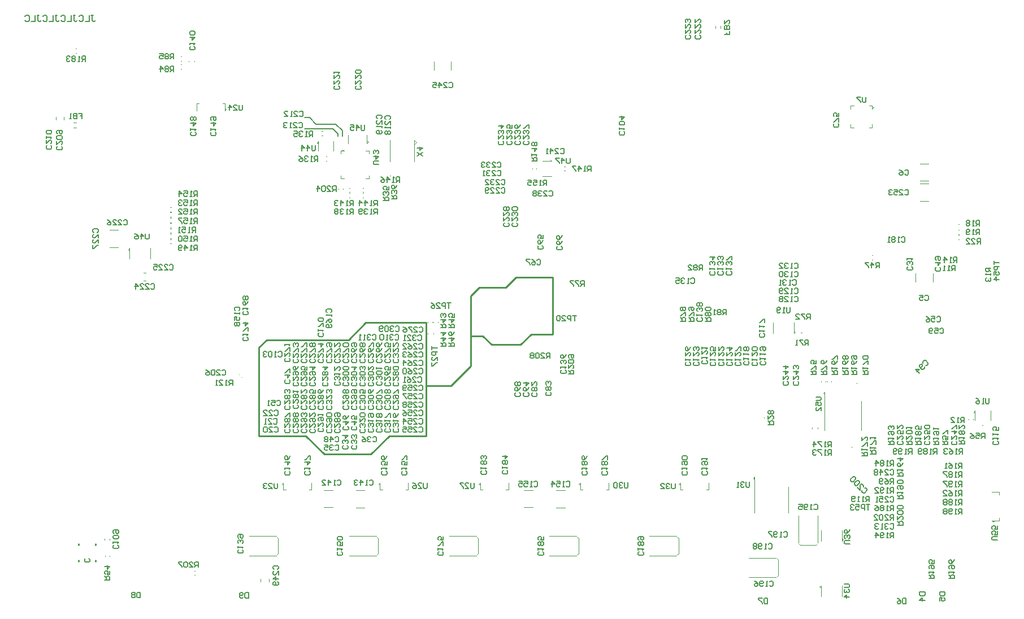
<source format=gbo>
%FSLAX23Y23*%
%MOIN*%
%SFA1B1*%

%IPPOS*%
%ADD11C,0.004720*%
%ADD12C,0.010000*%
%ADD13C,0.003940*%
%ADD15C,0.007090*%
%ADD18C,0.007870*%
%ADD243C,0.009840*%
%LNbenchy-mb-pcb-changes-1*%
%LPD*%
G54D11*
X6516Y1478D02*
X6558D01*
Y1464D02*
Y1478D01*
Y1311D02*
Y1326D01*
X6516Y1311D02*
X6558D01*
X6516D02*
X6525Y1303D01*
X1994Y3731D02*
Y3772D01*
X1826Y3731D02*
Y3772D01*
X6525Y1303D02*
X6530Y1311D01*
X1978Y3772D02*
X1994D01*
X2306Y1115D02*
Y1207D01*
X2135Y1218D02*
X2295D01*
X2135Y1104D02*
X2295D01*
X2299Y1108D02*
X2306Y1115D01*
X2299Y1214D02*
X2306Y1207D01*
X2897Y1115D02*
Y1207D01*
X2726Y1218D02*
X2886D01*
X2726Y1104D02*
X2886D01*
X2890Y1108D02*
X2897Y1115D01*
X1314Y1197D02*
Y1204D01*
X1283Y1197D02*
Y1204D01*
X2252Y951D02*
Y966D01*
X2203Y951D02*
Y966D01*
X2890Y1214D02*
X2897Y1207D01*
X5379Y1174D02*
X5387Y1167D01*
X5479*
X5248Y1086D02*
X5255Y1079D01*
X5375Y1178D02*
Y1338D01*
X5490Y1178D02*
Y1338D01*
X5225Y2415D02*
Y2478D01*
X5348Y2429D02*
X5355Y2424D01*
X5479Y1167D02*
X5486Y1174D01*
X5348Y2478D02*
Y2415D01*
X3487Y1115D02*
Y1207D01*
X3316Y1218D02*
X3476D01*
X3316Y1104D02*
X3476D01*
X3480Y1108D02*
X3487Y1115D01*
X3480Y1214D02*
X3487Y1207D01*
X5255Y987D02*
Y1079D01*
X5084Y1090D02*
X5244D01*
X5084Y976D02*
X5244D01*
X5248Y980D02*
X5255Y987D01*
X1781Y4018D02*
Y4024D01*
X1812Y4018D02*
Y4024D01*
X2542Y3494D02*
Y3549D01*
X2634Y3494D02*
Y3549D01*
X2535Y3540D02*
X2542Y3535D01*
X2535Y3540D02*
X2542Y3549D01*
X1044Y3677D02*
Y3692D01*
X1101Y3629D02*
X1115D01*
X995Y3677D02*
Y3692D01*
X1101Y3661D02*
X1115D01*
X5348Y2415D02*
X5355Y2423D01*
X3946Y1387D02*
X3998D01*
X3946Y1489D02*
X3998D01*
X5317Y1509D02*
Y1433D01*
Y1356D02*
Y1433D01*
X3757Y1490D02*
X3809D01*
X3757Y1388D02*
X3809D01*
X6409Y1949D02*
X6416Y1958D01*
X5115Y1433D02*
Y1568D01*
Y1433D02*
Y1356D01*
X5108Y1560D02*
X5115Y1568D01*
X5108Y1560D02*
X5115Y1555D01*
X4497Y1218D02*
X4657D01*
X4661Y1214D02*
X4668Y1207D01*
X4661Y1108D02*
X4668Y1115D01*
Y1207*
X4071Y1214D02*
X4078Y1207D01*
X4071Y1108D02*
X4078Y1115D01*
X3907Y1104D02*
X4067D01*
X3907Y1218D02*
X4067D01*
X4078Y1115D02*
Y1207D01*
X2765Y1489D02*
X2817D01*
X2576Y1490D02*
X2628D01*
X4497Y1104D02*
X4657D01*
X2765Y1387D02*
X2817D01*
X2576Y1388D02*
X2628D01*
X5522Y2062D02*
X5530Y2070D01*
X5522Y2062D02*
X5530Y2057D01*
Y1929D02*
Y2070D01*
X5456Y1853D02*
Y1859D01*
X5488Y1853D02*
Y1859D01*
X6508Y1903D02*
Y1958D01*
X6409Y1949D02*
X6416Y1944D01*
Y1903D02*
Y1958D01*
X5745Y1929D02*
Y1842D01*
X5530D02*
Y1929D01*
X5745D02*
Y2015D01*
X1512Y2725D02*
X1527D01*
X5632Y1190D02*
X5639Y1199D01*
X1430Y2856D02*
Y2919D01*
X1512Y2774D02*
X1527D01*
X5632Y1204D02*
X5639Y1199D01*
X5501Y918D02*
X5509Y927D01*
X5501Y918D02*
X5509Y913D01*
Y1190D02*
Y1253D01*
X5632Y1190D02*
Y1253D01*
X2503Y1493D02*
Y1534D01*
X2490Y1493D02*
X2503D01*
X2336D02*
X2352D01*
X2336D02*
Y1534D01*
X2329Y1525D02*
X2336Y1534D01*
X1423Y2910D02*
X1430Y2905D01*
X1553Y2856D02*
Y2919D01*
X2329Y1525D02*
X2336Y1520D01*
X1423Y2910D02*
X1425Y2913D01*
X1427Y2915D02*
X1430Y2919D01*
X5632Y864D02*
Y927D01*
X5509Y864D02*
Y927D01*
X5811Y3739D02*
Y3758D01*
X5792D02*
X5811D01*
X5684Y3631D02*
Y3650D01*
X5792Y3631D02*
X5811D01*
X4679Y1493D02*
X4694D01*
X4832D02*
X4846D01*
X4671Y1525D02*
X4679Y1534D01*
Y1493D02*
Y1534D01*
X4846Y1493D02*
Y1534D01*
X1994Y3745D02*
X2001Y3740D01*
X5811Y3753D02*
X5818Y3748D01*
X1826Y3772D02*
X1840D01*
X1994Y3731D02*
X2001Y3740D01*
X5811Y3739D02*
X5818Y3748D01*
X5684Y3739D02*
Y3758D01*
X5703*
X5684Y3631D02*
X5703D01*
X5811D02*
Y3650D01*
X4671Y1525D02*
X4679Y1520D01*
X3490Y1525D02*
X3498Y1520D01*
X2907Y1493D02*
X2923D01*
X3651D02*
X3665D01*
X3490Y1525D02*
X3498Y1534D01*
X2907Y1493D02*
Y1534D01*
X2900Y1525D02*
X2907Y1534D01*
X2900Y1525D02*
X2907Y1520D01*
X3074Y1493D02*
Y1534D01*
X3061Y1493D02*
X3074D01*
X4255D02*
Y1534D01*
X4242Y1493D02*
X4255D01*
X4088D02*
X4104D01*
X4088D02*
Y1534D01*
X4081Y1525D02*
X4088Y1534D01*
X3498Y1493D02*
Y1534D01*
X3665Y1493D02*
Y1534D01*
X4081Y1525D02*
X4088Y1520D01*
X3498Y1493D02*
X3513D01*
X2681Y3494D02*
X2686Y3501D01*
X2720Y3535D02*
Y3586D01*
X2676Y3328D02*
X2695D01*
X2686Y3501D02*
X2695Y3494D01*
X2830Y3535D02*
X2840Y3545D01*
X2830Y3535D02*
Y3586D01*
X2830Y3550D02*
X2840Y3545D01*
X2676Y3475D02*
Y3494D01*
X2695*
X3226Y3968D02*
Y4019D01*
X3327Y3968D02*
Y4019D01*
X2824Y3494D02*
X2842D01*
Y3328D02*
Y3347D01*
X2824Y3328D02*
X2842D01*
Y3475D02*
Y3494D01*
X2676Y3328D02*
Y3347D01*
X3111Y3531D02*
X3124Y3544D01*
X2967Y3431D02*
Y3557D01*
X3111D02*
X3124Y3544D01*
X3111Y3431D02*
Y3557D01*
X4885Y4215D02*
Y4229D01*
X6092Y3417D02*
X6143D01*
X6092Y3197D02*
X6143D01*
X4917Y4215D02*
Y4229D01*
X6092Y3315D02*
X6143D01*
X1312Y3025D02*
X1364D01*
X1312Y2924D02*
X1364D01*
X6092Y3299D02*
X6143D01*
X3866Y3342D02*
X3921D01*
X3866Y3433D02*
X3921D01*
X3912Y3440D02*
X3921Y3433D01*
X6168Y2718D02*
Y2769D01*
X6066Y2718D02*
Y2769D01*
G54D12*
X1131Y1069D02*
Y1076D01*
X1230Y1069D02*
Y1076D01*
X1131Y1167D02*
Y1174D01*
X1230Y1167D02*
Y1174D01*
G54D13*
X1286Y1100D02*
Y1104D01*
X2094Y2156D02*
X2097Y2159D01*
X1312Y1100D02*
Y1104D01*
X1812Y989D02*
X1816D01*
X1812Y1014D02*
X1816D01*
X1732Y4024D02*
X1736D01*
X2588Y3434D02*
X2592D01*
X1732Y4050D02*
X1736D01*
X1112Y4071D02*
X1116D01*
X1112Y4097D02*
X1116D01*
X1732Y3977D02*
X1736D01*
X1732Y4002D02*
X1736D01*
X2564Y3583D02*
X2568D01*
X2588Y3459D02*
X2592D01*
X2564Y3609D02*
X2568D01*
X1671Y3034D02*
X1675D01*
X1671Y3008D02*
X1675D01*
X1671Y3040D02*
X1675D01*
X1671Y3065D02*
X1675D01*
X1671Y3002D02*
X1675D01*
X1671Y2945D02*
X1675D01*
X2076Y2174D02*
X2078Y2177D01*
X1671Y2977D02*
X1675D01*
X1671Y2971D02*
X1675D01*
X1671Y3160D02*
X1675D01*
X1671Y3134D02*
X1675D01*
X1671Y3097D02*
X1675D01*
X1671Y3071D02*
X1675D01*
X1671Y3128D02*
X1675D01*
X1671Y3103D02*
X1675D01*
X3217Y2480D02*
Y2484D01*
X3249Y2480D02*
Y2484D01*
X3191Y2480D02*
Y2484D01*
X6406Y1905D02*
Y1909D01*
X6380Y1905D02*
Y1909D01*
X6458Y1873D02*
X6462D01*
X3223Y2480D02*
Y2484D01*
Y2413D02*
Y2417D01*
X3191Y2413D02*
Y2417D01*
X5546Y2129D02*
Y2133D01*
X5510Y2129D02*
Y2133D01*
X5571Y2129D02*
Y2133D01*
X5721Y2118D02*
Y2122D01*
X5391Y2420D02*
X5395D01*
X5536Y2129D02*
Y2133D01*
X5174Y1917D02*
Y1921D01*
X5689Y1742D02*
Y1746D01*
X2689Y3267D02*
Y3271D01*
X2664Y3267D02*
Y3271D01*
X2726Y3243D02*
X2730D01*
X2726Y3274D02*
X2730D01*
X2805D02*
X2809D01*
X2726Y3217D02*
X2730D01*
X2726Y3249D02*
X2730D01*
X2805D02*
X2809D01*
X2966Y3347D02*
X2970D01*
X2805Y3217D02*
X2809D01*
X2805Y3243D02*
X2809D01*
X3994Y3400D02*
X3998D01*
X3831Y3385D02*
Y3389D01*
X5809Y2876D02*
X5812D01*
X3994Y3375D02*
X3998D01*
X3806Y3385D02*
Y3389D01*
X6320Y3058D02*
X6324D01*
X6320Y3000D02*
X6324D01*
X6320Y2969D02*
X6324D01*
X6320Y3026D02*
X6324D01*
X6320Y2995D02*
X6324D01*
X5809Y2851D02*
X5812D01*
G54D15*
X4345Y3608D02*
X4350Y3603D01*
Y3593*
X4345Y3587*
X4324*
X4318Y3593*
Y3603*
X4324Y3608*
X4318Y3619D02*
Y3629D01*
Y3624*
X4350*
X4345Y3619*
Y3645D02*
X4350Y3650D01*
Y3661*
X4345Y3666*
X4324*
X4318Y3661*
Y3650*
X4324Y3645*
X4345*
X4318Y3692D02*
X4350D01*
X4334Y3677*
Y3698*
X1191Y1087D02*
X1196Y1082D01*
Y1071*
X1191Y1066*
X1170*
X1165Y1071*
Y1082*
X1170Y1087*
X2976Y3208D02*
X3007D01*
Y3223*
X3002Y3229*
X2992*
X2986Y3223*
Y3208*
Y3218D02*
X2976Y3229D01*
X3002Y3239D02*
X3007Y3244D01*
Y3255*
X3002Y3260*
X2997*
X2992Y3255*
Y3250*
Y3255*
X2986Y3260*
X2981*
X2976Y3255*
Y3244*
X2981Y3239*
X3007Y3291D02*
X3002Y3281D01*
X2992Y3270*
X2981*
X2976Y3276*
Y3286*
X2981Y3291*
X2986*
X2992Y3286*
Y3270*
X2927Y3200D02*
X2958D01*
Y3215*
X2953Y3221*
X2942*
X2937Y3215*
Y3200*
Y3210D02*
X2927Y3221D01*
X2953Y3231D02*
X2958Y3236D01*
Y3247*
X2953Y3252*
X2948*
X2942Y3247*
Y3242*
Y3247*
X2937Y3252*
X2932*
X2927Y3247*
Y3236*
X2932Y3231*
X2958Y3284D02*
Y3263D01*
X2942*
X2948Y3273*
Y3278*
X2942Y3284*
X2932*
X2927Y3278*
Y3268*
X2932Y3263*
X5983Y2980D02*
X5988Y2986D01*
X5999*
X6004Y2980*
Y2959*
X5999Y2954*
X5988*
X5983Y2959*
X5973Y2954D02*
X5962D01*
X5967*
Y2986*
X5973Y2980*
X5946D02*
X5941Y2986D01*
X5931*
X5925Y2980*
Y2975*
X5931Y2970*
X5925Y2965*
Y2959*
X5931Y2954*
X5941*
X5946Y2959*
Y2965*
X5941Y2970*
X5946Y2975*
Y2980*
X5941Y2970D02*
X5931D01*
X5915Y2954D02*
X5904D01*
X5910*
Y2986*
X5915Y2980*
X4019Y2176D02*
X4051D01*
Y2192*
X4045Y2197*
X4035*
X4030Y2192*
Y2176*
Y2187D02*
X4019Y2197D01*
Y2229D02*
Y2208D01*
X4040Y2229*
X4045*
X4051Y2223*
Y2213*
X4045Y2208*
Y2239D02*
X4051Y2244D01*
Y2255*
X4045Y2260*
X4024*
X4019Y2255*
Y2244*
X4024Y2239*
X4045*
X4024Y2270D02*
X4019Y2276D01*
Y2286*
X4024Y2291*
X4045*
X4051Y2286*
Y2276*
X4045Y2270*
X4040*
X4035Y2276*
Y2291*
X3910Y2269D02*
Y2301D01*
X3894*
X3889Y2295*
Y2285*
X3894Y2280*
X3910*
X3899D02*
X3889Y2269D01*
X3857D02*
X3878D01*
X3857Y2290*
Y2295*
X3862Y2301*
X3873*
X3878Y2295*
X3847D02*
X3841Y2301D01*
X3831*
X3826Y2295*
Y2274*
X3831Y2269*
X3841*
X3847Y2274*
Y2295*
X3815D02*
X3810Y2301D01*
X3799*
X3794Y2295*
Y2290*
X3799Y2285*
X3794Y2280*
Y2274*
X3799Y2269*
X3810*
X3815Y2274*
Y2280*
X3810Y2285*
X3815Y2290*
Y2295*
X3810Y2285D02*
X3799D01*
X2618Y1988D02*
X2624Y1983D01*
Y1973*
X2618Y1967*
X2597*
X2592Y1973*
Y1983*
X2597Y1988*
X2618Y1999D02*
X2624Y2004D01*
Y2015*
X2618Y2020*
X2613*
X2608Y2015*
Y2009*
Y2015*
X2603Y2020*
X2597*
X2592Y2015*
Y2004*
X2597Y1999*
X2592Y2051D02*
Y2030D01*
X2613Y2051*
X2618*
X2624Y2046*
Y2036*
X2618Y2030*
Y2062D02*
X2624Y2067D01*
Y2078*
X2618Y2083*
X2613*
X2608Y2078*
Y2072*
Y2078*
X2603Y2083*
X2597*
X2592Y2078*
Y2067*
X2597Y2062*
X3012Y2264D02*
X3017Y2259D01*
Y2248*
X3012Y2243*
X2991*
X2986Y2248*
Y2259*
X2991Y2264*
X3012Y2274D02*
X3017Y2280D01*
Y2290*
X3012Y2295*
X3007*
X3001Y2290*
Y2285*
Y2290*
X2996Y2295*
X2991*
X2986Y2290*
Y2280*
X2991Y2274*
X2986Y2327D02*
Y2306D01*
X3007Y2327*
X3012*
X3017Y2322*
Y2311*
X3012Y2306*
X2986Y2358D02*
Y2337D01*
X3007Y2358*
X3012*
X3017Y2353*
Y2343*
X3012Y2337*
X3131Y2400D02*
X3137Y2405D01*
X3147*
X3152Y2400*
Y2379*
X3147Y2374*
X3137*
X3131Y2379*
X3121Y2400D02*
X3116Y2405D01*
X3105*
X3100Y2400*
Y2395*
X3105Y2389*
X3110*
X3105*
X3100Y2384*
Y2379*
X3105Y2374*
X3116*
X3121Y2379*
X3068Y2374D02*
X3089D01*
X3068Y2395*
Y2400*
X3074Y2405*
X3084*
X3089Y2400*
X3058Y2374D02*
X3047D01*
X3053*
Y2405*
X3058Y2400*
X2815Y1851D02*
X2820Y1845D01*
Y1835*
X2815Y1830*
X2794*
X2789Y1835*
Y1845*
X2794Y1851*
X2815Y1861D02*
X2820Y1866D01*
Y1877*
X2815Y1882*
X2810*
X2805Y1877*
Y1872*
Y1877*
X2799Y1882*
X2794*
X2789Y1877*
Y1866*
X2794Y1861*
X2789Y1914D02*
Y1893D01*
X2810Y1914*
X2815*
X2820Y1908*
Y1898*
X2815Y1893*
Y1924D02*
X2820Y1929D01*
Y1940*
X2815Y1945*
X2794*
X2789Y1940*
Y1929*
X2794Y1924*
X2815*
X2864Y1853D02*
X2870Y1848D01*
Y1837*
X2864Y1832*
X2843*
X2838Y1837*
Y1848*
X2843Y1853*
X2864Y1864D02*
X2870Y1869D01*
Y1879*
X2864Y1885*
X2859*
X2854Y1879*
Y1874*
Y1879*
X2849Y1885*
X2843*
X2838Y1879*
Y1869*
X2843Y1864*
X2838Y1895D02*
Y1906D01*
Y1900*
X2870*
X2864Y1895*
X2843Y1921D02*
X2838Y1927D01*
Y1937*
X2843Y1942*
X2864*
X2870Y1937*
Y1927*
X2864Y1921*
X2859*
X2854Y1927*
Y1942*
X2914Y1853D02*
X2919Y1848D01*
Y1837*
X2914Y1832*
X2893*
X2887Y1837*
Y1848*
X2893Y1853*
X2914Y1864D02*
X2919Y1869D01*
Y1879*
X2914Y1885*
X2908*
X2903Y1879*
Y1874*
Y1879*
X2898Y1885*
X2893*
X2887Y1879*
Y1869*
X2893Y1864*
X2887Y1895D02*
Y1906D01*
Y1900*
X2919*
X2914Y1895*
Y1921D02*
X2919Y1927D01*
Y1937*
X2914Y1942*
X2908*
X2903Y1937*
X2898Y1942*
X2893*
X2887Y1937*
Y1927*
X2893Y1921*
X2898*
X2903Y1927*
X2908Y1921*
X2914*
X2903Y1927D02*
Y1937D01*
X2963Y1853D02*
X2968Y1848D01*
Y1837*
X2963Y1832*
X2942*
X2937Y1837*
Y1848*
X2942Y1853*
X2963Y1864D02*
X2968Y1869D01*
Y1879*
X2963Y1885*
X2958*
X2952Y1879*
Y1874*
Y1879*
X2947Y1885*
X2942*
X2937Y1879*
Y1869*
X2942Y1864*
X2937Y1895D02*
Y1906D01*
Y1900*
X2968*
X2963Y1895*
X2968Y1921D02*
Y1942D01*
X2963*
X2942Y1921*
X2937*
X3012Y1853D02*
X3017Y1848D01*
Y1837*
X3012Y1832*
X2991*
X2986Y1837*
Y1848*
X2991Y1853*
X3012Y1864D02*
X3017Y1869D01*
Y1879*
X3012Y1885*
X3007*
X3001Y1879*
Y1874*
Y1879*
X2996Y1885*
X2991*
X2986Y1879*
Y1869*
X2991Y1864*
X2986Y1895D02*
Y1906D01*
Y1900*
X3017*
X3012Y1895*
X3017Y1942D02*
X3012Y1932D01*
X3001Y1921*
X2991*
X2986Y1927*
Y1937*
X2991Y1942*
X2996*
X3001Y1937*
Y1921*
X1835Y1035D02*
Y1066D01*
X1819*
X1814Y1061*
Y1051*
X1819Y1045*
X1835*
X1824D02*
X1814Y1035D01*
X1782D02*
X1803D01*
X1782Y1056*
Y1061*
X1788Y1066*
X1798*
X1803Y1061*
X1772D02*
X1767Y1066D01*
X1756*
X1751Y1061*
Y1040*
X1756Y1035*
X1767*
X1772Y1040*
Y1061*
X1740Y1066D02*
X1719D01*
Y1061*
X1740Y1040*
Y1035*
X2648Y3253D02*
Y3285D01*
X2632*
X2627Y3280*
Y3269*
X2632Y3264*
X2648*
X2637D02*
X2627Y3253D01*
X2595D02*
X2616D01*
X2595Y3274*
Y3280*
X2601Y3285*
X2611*
X2616Y3280*
X2585D02*
X2580Y3285D01*
X2569*
X2564Y3280*
Y3259*
X2569Y3253*
X2580*
X2585Y3259*
Y3280*
X2538Y3253D02*
Y3285D01*
X2553Y3269*
X2532*
X2132Y885D02*
Y854D01*
X2116*
X2111Y859*
Y880*
X2116Y885*
X2132*
X2101Y859D02*
X2095Y854D01*
X2085*
X2080Y859*
Y880*
X2085Y885*
X2095*
X2101Y880*
Y875*
X2095Y870*
X2080*
X1494Y887D02*
Y856D01*
X1479*
X1473Y861*
Y882*
X1479Y887*
X1494*
X1463Y882D02*
X1458Y887D01*
X1447*
X1442Y882*
Y877*
X1447Y872*
X1442Y866*
Y861*
X1447Y856*
X1458*
X1463Y861*
Y866*
X1458Y872*
X1463Y877*
Y882*
X1458Y872D02*
X1447D01*
X5937Y1314D02*
Y1346D01*
X5922*
X5916Y1341*
Y1330*
X5922Y1325*
X5937*
X5927D02*
X5916Y1314D01*
X5885D02*
X5906D01*
X5885Y1335*
Y1341*
X5890Y1346*
X5901*
X5906Y1341*
X5874D02*
X5869Y1346D01*
X5859*
X5853Y1341*
Y1320*
X5859Y1314*
X5869*
X5874Y1320*
Y1341*
X5822Y1314D02*
X5843D01*
X5822Y1335*
Y1341*
X5827Y1346*
X5838*
X5843Y1341*
X6013Y1759D02*
X6045D01*
Y1774*
X6040Y1780*
X6029*
X6024Y1774*
Y1759*
Y1769D02*
X6013Y1780D01*
Y1811D02*
Y1790D01*
X6034Y1811*
X6040*
X6045Y1806*
Y1795*
X6040Y1790*
Y1822D02*
X6045Y1827D01*
Y1837*
X6040Y1843*
X6019*
X6013Y1837*
Y1827*
X6019Y1822*
X6040*
X6013Y1853D02*
Y1864D01*
Y1858*
X6045*
X6040Y1853*
X5960Y1284D02*
X5992D01*
Y1300*
X5986Y1305*
X5976*
X5971Y1300*
Y1284*
Y1295D02*
X5960Y1305D01*
Y1337D02*
Y1316D01*
X5981Y1337*
X5986*
X5992Y1332*
Y1321*
X5986Y1316*
Y1347D02*
X5992Y1353D01*
Y1363*
X5986Y1368*
X5965*
X5960Y1363*
Y1353*
X5965Y1347*
X5986*
Y1379D02*
X5992Y1384D01*
Y1395*
X5986Y1400*
X5965*
X5960Y1395*
Y1384*
X5965Y1379*
X5986*
X6045Y1704D02*
Y1736D01*
X6029*
X6024Y1730*
Y1720*
X6029Y1715*
X6045*
X6034D02*
X6024Y1704D01*
X6013D02*
X6003D01*
X6008*
Y1736*
X6013Y1730*
X5987Y1709D02*
X5982Y1704D01*
X5971*
X5966Y1709*
Y1730*
X5971Y1736*
X5982*
X5987Y1730*
Y1725*
X5982Y1720*
X5966*
X5956Y1709D02*
X5950Y1704D01*
X5940*
X5935Y1709*
Y1730*
X5940Y1736*
X5950*
X5956Y1730*
Y1725*
X5950Y1720*
X5935*
X6341Y1350D02*
Y1381D01*
X6325*
X6320Y1376*
Y1366*
X6325Y1360*
X6341*
X6330D02*
X6320Y1350D01*
X6309D02*
X6299D01*
X6304*
Y1381*
X6309Y1376*
X6283Y1355D02*
X6278Y1350D01*
X6267*
X6262Y1355*
Y1376*
X6267Y1381*
X6278*
X6283Y1376*
Y1371*
X6278Y1366*
X6262*
X6252Y1376D02*
X6246Y1381D01*
X6236*
X6231Y1376*
Y1371*
X6236Y1366*
X6231Y1360*
Y1355*
X6236Y1350*
X6246*
X6252Y1355*
Y1360*
X6246Y1366*
X6252Y1371*
Y1376*
X6246Y1366D02*
X6236D01*
X6341Y1511D02*
Y1543D01*
X6325*
X6320Y1538*
Y1527*
X6325Y1522*
X6341*
X6330D02*
X6320Y1511D01*
X6309D02*
X6299D01*
X6304*
Y1543*
X6309Y1538*
X6283Y1517D02*
X6278Y1511D01*
X6267*
X6262Y1517*
Y1538*
X6267Y1543*
X6278*
X6283Y1538*
Y1532*
X6278Y1527*
X6262*
X6252Y1543D02*
X6231D01*
Y1538*
X6252Y1517*
Y1511*
X6263Y968D02*
X6295D01*
Y984*
X6290Y989*
X6279*
X6274Y984*
Y968*
Y979D02*
X6263Y989D01*
Y1000D02*
Y1010D01*
Y1005*
X6295*
X6290Y1000*
X6269Y1026D02*
X6263Y1031D01*
Y1041*
X6269Y1047*
X6290*
X6295Y1041*
Y1031*
X6290Y1026*
X6284*
X6279Y1031*
Y1047*
X6295Y1078D02*
X6290Y1068D01*
X6279Y1057*
X6269*
X6263Y1062*
Y1073*
X6269Y1078*
X6274*
X6279Y1073*
Y1057*
X6145Y968D02*
X6177D01*
Y984*
X6171Y989*
X6161*
X6156Y984*
Y968*
Y979D02*
X6145Y989D01*
Y1000D02*
Y1010D01*
Y1005*
X6177*
X6171Y1000*
X6150Y1026D02*
X6145Y1031D01*
Y1041*
X6150Y1047*
X6171*
X6177Y1041*
Y1031*
X6171Y1026*
X6166*
X6161Y1031*
Y1047*
X6177Y1078D02*
Y1057D01*
X6161*
X6166Y1068*
Y1073*
X6161Y1078*
X6150*
X6145Y1073*
Y1062*
X6150Y1057*
X5937Y1208D02*
Y1240D01*
X5922*
X5916Y1234*
Y1224*
X5922Y1219*
X5937*
X5927D02*
X5916Y1208D01*
X5906D02*
X5895D01*
X5901*
Y1240*
X5906Y1234*
X5880Y1213D02*
X5874Y1208D01*
X5864*
X5859Y1213*
Y1234*
X5864Y1240*
X5874*
X5880Y1234*
Y1229*
X5874Y1224*
X5859*
X5832Y1208D02*
Y1240D01*
X5848Y1224*
X5827*
X5907Y1759D02*
X5938D01*
Y1774*
X5933Y1780*
X5923*
X5917Y1774*
Y1759*
Y1769D02*
X5907Y1780D01*
Y1790D02*
Y1801D01*
Y1795*
X5938*
X5933Y1790*
X5912Y1816D02*
X5907Y1822D01*
Y1832*
X5912Y1837*
X5933*
X5938Y1832*
Y1822*
X5933Y1816*
X5928*
X5923Y1822*
Y1837*
X5933Y1848D02*
X5938Y1853D01*
Y1864*
X5933Y1869*
X5928*
X5923Y1864*
Y1858*
Y1864*
X5917Y1869*
X5912*
X5907Y1864*
Y1853*
X5912Y1848*
X5937Y1474D02*
Y1505D01*
X5922*
X5916Y1500*
Y1490*
X5922Y1484*
X5937*
X5927D02*
X5916Y1474D01*
X5906D02*
X5895D01*
X5901*
Y1505*
X5906Y1500*
X5880Y1479D02*
X5874Y1474D01*
X5864*
X5859Y1479*
Y1500*
X5864Y1505*
X5874*
X5880Y1500*
Y1495*
X5874Y1490*
X5859*
X5827Y1474D02*
X5848D01*
X5827Y1495*
Y1500*
X5832Y1505*
X5843*
X5848Y1500*
X6173Y1759D02*
X6204D01*
Y1774*
X6199Y1780*
X6188*
X6183Y1774*
Y1759*
Y1769D02*
X6173Y1780D01*
Y1790D02*
Y1801D01*
Y1795*
X6204*
X6199Y1790*
X6178Y1816D02*
X6173Y1822D01*
Y1832*
X6178Y1837*
X6199*
X6204Y1832*
Y1822*
X6199Y1816*
X6194*
X6188Y1822*
Y1837*
X6173Y1848D02*
Y1858D01*
Y1853*
X6204*
X6199Y1848*
X5960Y1438D02*
X5992D01*
Y1454*
X5986Y1459*
X5976*
X5971Y1454*
Y1438*
Y1449D02*
X5960Y1459D01*
Y1470D02*
Y1480D01*
Y1475*
X5992*
X5986Y1470*
X5965Y1496D02*
X5960Y1501D01*
Y1512*
X5965Y1517*
X5986*
X5992Y1512*
Y1501*
X5986Y1496*
X5981*
X5976Y1501*
Y1517*
X5986Y1528D02*
X5992Y1533D01*
Y1543*
X5986Y1549*
X5965*
X5960Y1543*
Y1533*
X5965Y1528*
X5986*
X6192Y1704D02*
Y1736D01*
X6177*
X6171Y1730*
Y1720*
X6177Y1715*
X6192*
X6182D02*
X6171Y1704D01*
X6161D02*
X6150D01*
X6156*
Y1736*
X6161Y1730*
X6135D02*
X6129Y1736D01*
X6119*
X6114Y1730*
Y1725*
X6119Y1720*
X6114Y1715*
Y1709*
X6119Y1704*
X6129*
X6135Y1709*
Y1715*
X6129Y1720*
X6135Y1725*
Y1730*
X6129Y1720D02*
X6119D01*
X6103Y1709D02*
X6098Y1704D01*
X6087*
X6082Y1709*
Y1730*
X6087Y1736*
X6098*
X6103Y1730*
Y1725*
X6098Y1720*
X6082*
X6341Y1403D02*
Y1435D01*
X6325*
X6320Y1429*
Y1419*
X6325Y1414*
X6341*
X6330D02*
X6320Y1403D01*
X6309D02*
X6299D01*
X6304*
Y1435*
X6309Y1429*
X6283D02*
X6278Y1435D01*
X6267*
X6262Y1429*
Y1424*
X6267Y1419*
X6262Y1414*
Y1408*
X6267Y1403*
X6278*
X6283Y1408*
Y1414*
X6278Y1419*
X6283Y1424*
Y1429*
X6278Y1419D02*
X6267D01*
X6252Y1429D02*
X6246Y1435D01*
X6236*
X6231Y1429*
Y1424*
X6236Y1419*
X6231Y1414*
Y1408*
X6236Y1403*
X6246*
X6252Y1408*
Y1414*
X6246Y1419*
X6252Y1424*
Y1429*
X6246Y1419D02*
X6236D01*
X6341Y1566D02*
Y1598D01*
X6325*
X6320Y1593*
Y1582*
X6325Y1577*
X6341*
X6330D02*
X6320Y1566D01*
X6309D02*
X6299D01*
X6304*
Y1598*
X6309Y1593*
X6283D02*
X6278Y1598D01*
X6267*
X6262Y1593*
Y1587*
X6267Y1582*
X6262Y1577*
Y1572*
X6267Y1566*
X6278*
X6283Y1572*
Y1577*
X6278Y1582*
X6283Y1587*
Y1593*
X6278Y1582D02*
X6267D01*
X6252Y1598D02*
X6231D01*
Y1593*
X6252Y1572*
Y1566*
X5937Y1370D02*
Y1401D01*
X5922*
X5916Y1396*
Y1385*
X5922Y1380*
X5937*
X5927D02*
X5916Y1370D01*
X5906D02*
X5895D01*
X5901*
Y1401*
X5906Y1396*
X5880D02*
X5874Y1401D01*
X5864*
X5859Y1396*
Y1391*
X5864Y1385*
X5859Y1380*
Y1375*
X5864Y1370*
X5874*
X5880Y1375*
Y1380*
X5874Y1385*
X5880Y1391*
Y1396*
X5874Y1385D02*
X5864D01*
X5827Y1401D02*
X5838Y1396D01*
X5848Y1385*
Y1375*
X5843Y1370*
X5832*
X5827Y1375*
Y1380*
X5832Y1385*
X5848*
X6066Y1759D02*
X6098D01*
Y1774*
X6093Y1780*
X6082*
X6077Y1774*
Y1759*
Y1769D02*
X6066Y1780D01*
Y1790D02*
Y1801D01*
Y1795*
X6098*
X6093Y1790*
Y1816D02*
X6098Y1822D01*
Y1832*
X6093Y1837*
X6087*
X6082Y1832*
X6077Y1837*
X6072*
X6066Y1832*
Y1822*
X6072Y1816*
X6077*
X6082Y1822*
X6087Y1816*
X6093*
X6082Y1822D02*
Y1832D01*
X6098Y1869D02*
Y1848D01*
X6082*
X6087Y1858*
Y1864*
X6082Y1869*
X6072*
X6066Y1864*
Y1853*
X6072Y1848*
X5937Y1633D02*
Y1665D01*
X5922*
X5916Y1660*
Y1649*
X5922Y1644*
X5937*
X5927D02*
X5916Y1633D01*
X5906D02*
X5895D01*
X5901*
Y1665*
X5906Y1660*
X5880D02*
X5874Y1665D01*
X5864*
X5859Y1660*
Y1654*
X5864Y1649*
X5859Y1644*
Y1639*
X5864Y1633*
X5874*
X5880Y1639*
Y1644*
X5874Y1649*
X5880Y1654*
Y1660*
X5874Y1649D02*
X5864D01*
X5832Y1633D02*
Y1665D01*
X5848Y1649*
X5827*
X5960Y1572D02*
X5992D01*
Y1588*
X5986Y1593*
X5976*
X5971Y1588*
Y1572*
Y1583D02*
X5960Y1593D01*
Y1604D02*
Y1614D01*
Y1609*
X5992*
X5986Y1604*
X5992Y1651D02*
X5986Y1641D01*
X5976Y1630*
X5965*
X5960Y1635*
Y1646*
X5965Y1651*
X5971*
X5976Y1646*
Y1630*
X5960Y1677D02*
X5992D01*
X5976Y1662*
Y1683*
X6344Y1704D02*
Y1736D01*
X6328*
X6323Y1730*
Y1720*
X6328Y1715*
X6344*
X6333D02*
X6323Y1704D01*
X6312D02*
X6302D01*
X6307*
Y1736*
X6312Y1730*
X6265Y1736D02*
X6276Y1730D01*
X6286Y1720*
Y1709*
X6281Y1704*
X6271*
X6265Y1709*
Y1715*
X6271Y1720*
X6286*
X6255Y1730D02*
X6250Y1736D01*
X6239*
X6234Y1730*
Y1725*
X6239Y1720*
X6244*
X6239*
X6234Y1715*
Y1709*
X6239Y1704*
X6250*
X6255Y1709*
X6341Y1456D02*
Y1488D01*
X6325*
X6320Y1482*
Y1472*
X6325Y1467*
X6341*
X6330D02*
X6320Y1456D01*
X6309D02*
X6299D01*
X6304*
Y1488*
X6309Y1482*
X6262Y1488D02*
X6273Y1482D01*
X6283Y1472*
Y1461*
X6278Y1456*
X6267*
X6262Y1461*
Y1467*
X6267Y1472*
X6283*
X6231Y1456D02*
X6252D01*
X6231Y1477*
Y1482*
X6236Y1488*
X6246*
X6252Y1482*
X6341Y1620D02*
Y1651D01*
X6325*
X6320Y1646*
Y1635*
X6325Y1630*
X6341*
X6330D02*
X6320Y1620D01*
X6309D02*
X6299D01*
X6304*
Y1651*
X6309Y1646*
X6262Y1651D02*
X6273Y1646D01*
X6283Y1635*
Y1625*
X6278Y1620*
X6267*
X6262Y1625*
Y1630*
X6267Y1635*
X6283*
X6252Y1620D02*
X6241D01*
X6246*
Y1651*
X6252Y1646*
X5916Y1288D02*
X5922Y1293D01*
X5932*
X5937Y1288*
Y1267*
X5932Y1261*
X5922*
X5916Y1267*
X5906Y1288D02*
X5901Y1293D01*
X5890*
X5885Y1288*
Y1282*
X5890Y1277*
X5895*
X5890*
X5885Y1272*
Y1267*
X5890Y1261*
X5901*
X5906Y1267*
X5874Y1261D02*
X5864D01*
X5869*
Y1293*
X5874Y1288*
X5848D02*
X5843Y1293D01*
X5832*
X5827Y1288*
Y1282*
X5832Y1277*
X5838*
X5832*
X5827Y1272*
Y1267*
X5832Y1261*
X5843*
X5848Y1267*
X3159Y3463D02*
X3127Y3484D01*
X3159D02*
X3127Y3463D01*
Y3511D02*
X3159D01*
X3143Y3495*
Y3516*
X2817Y3645D02*
Y3619D01*
X2812Y3614*
X2801*
X2796Y3619*
Y3645*
X2770Y3614D02*
Y3645D01*
X2786Y3629*
X2765*
X2733Y3645D02*
X2754D01*
Y3629*
X2744Y3635*
X2738*
X2733Y3629*
Y3619*
X2738Y3614*
X2749*
X2754Y3619*
X6501Y2033D02*
Y2007D01*
X6496Y2001*
X6486*
X6480Y2007*
Y2033*
X6470Y2001D02*
X6459D01*
X6465*
Y2033*
X6470Y2028*
X6423Y2033D02*
X6433Y2028D01*
X6444Y2017*
Y2007*
X6438Y2001*
X6428*
X6423Y2007*
Y2012*
X6428Y2017*
X6444*
X6528Y2843D02*
Y2822D01*
Y2832*
X6559*
Y2811D02*
X6528D01*
Y2795*
X6533Y2790*
X6544*
X6549Y2795*
Y2811*
X6528Y2759D02*
Y2780D01*
X6544*
X6538Y2769*
Y2764*
X6544Y2759*
X6554*
X6559Y2764*
Y2774*
X6554Y2780*
X6559Y2732D02*
X6528D01*
X6544Y2748*
Y2727*
X3214Y2339D02*
Y2318D01*
Y2328*
X3246*
Y2307D02*
X3214D01*
Y2291*
X3219Y2286*
X3230*
X3235Y2291*
Y2307*
X3246Y2255D02*
Y2276D01*
X3225Y2255*
X3219*
X3214Y2260*
Y2271*
X3219Y2276*
X3214Y2244D02*
Y2223D01*
X3219*
X3240Y2244*
X3246*
X3325Y2596D02*
X3304D01*
X3314*
Y2564*
X3293D02*
Y2596D01*
X3278*
X3272Y2591*
Y2580*
X3278Y2575*
X3293*
X3241Y2564D02*
X3262D01*
X3241Y2585*
Y2591*
X3246Y2596*
X3257*
X3262Y2591*
X3209Y2596D02*
X3220Y2591D01*
X3230Y2580*
Y2570*
X3225Y2564*
X3215*
X3209Y2570*
Y2575*
X3215Y2580*
X3230*
X4065Y2521D02*
X4044D01*
X4055*
Y2490*
X4034D02*
Y2521D01*
X4018*
X4013Y2516*
Y2505*
X4018Y2500*
X4034*
X3981Y2490D02*
X4002D01*
X3981Y2511*
Y2516*
X3986Y2521*
X3997*
X4002Y2516*
X3971D02*
X3965Y2521D01*
X3955*
X3950Y2516*
Y2495*
X3955Y2490*
X3965*
X3971Y2495*
Y2516*
X1169Y4021D02*
Y4053D01*
X1153*
X1148Y4047*
Y4037*
X1153Y4032*
X1169*
X1158D02*
X1148Y4021D01*
X1137D02*
X1127D01*
X1132*
Y4053*
X1137Y4047*
X1111D02*
X1106Y4053D01*
X1095*
X1090Y4047*
Y4042*
X1095Y4037*
X1090Y4032*
Y4026*
X1095Y4021*
X1106*
X1111Y4026*
Y4032*
X1106Y4037*
X1111Y4042*
Y4047*
X1106Y4037D02*
X1095D01*
X1080Y4047D02*
X1074Y4053D01*
X1064*
X1059Y4047*
Y4042*
X1064Y4037*
X1069*
X1064*
X1059Y4032*
Y4026*
X1064Y4021*
X1074*
X1080Y4026*
X6324Y1762D02*
X6356D01*
Y1778*
X6351Y1783*
X6340*
X6335Y1778*
Y1762*
Y1773D02*
X6324Y1783D01*
Y1794D02*
Y1804D01*
Y1799*
X6356*
X6351Y1794*
Y1820D02*
X6356Y1825D01*
Y1836*
X6351Y1841*
X6345*
X6340Y1836*
X6335Y1841*
X6330*
X6324Y1836*
Y1825*
X6330Y1820*
X6335*
X6340Y1825*
X6345Y1820*
X6351*
X6340Y1825D02*
Y1836D01*
X6324Y1873D02*
Y1852D01*
X6345Y1873*
X6351*
X6356Y1867*
Y1857*
X6351Y1852*
X5570Y1746D02*
Y1777D01*
X5554*
X5549Y1772*
Y1761*
X5554Y1756*
X5570*
X5559D02*
X5549Y1746D01*
X5538D02*
X5528D01*
X5533*
Y1777*
X5538Y1772*
X5512Y1777D02*
X5491D01*
Y1772*
X5512Y1751*
Y1746*
X5465D02*
Y1777D01*
X5480Y1761*
X5459*
X5570Y1696D02*
Y1728D01*
X5554*
X5549Y1723*
Y1712*
X5554Y1707*
X5570*
X5559D02*
X5549Y1696D01*
X5538D02*
X5528D01*
X5533*
Y1728*
X5538Y1723*
X5512Y1728D02*
X5491D01*
Y1723*
X5512Y1702*
Y1696*
X5480Y1723D02*
X5475Y1728D01*
X5465*
X5459Y1723*
Y1717*
X5465Y1712*
X5470*
X5465*
X5459Y1707*
Y1702*
X5465Y1696*
X5475*
X5480Y1702*
X5751Y1693D02*
X5783D01*
Y1709*
X5778Y1714*
X5767*
X5762Y1709*
Y1693*
Y1704D02*
X5751Y1714D01*
Y1725D02*
Y1735D01*
Y1730*
X5783*
X5778Y1725*
X5783Y1751D02*
Y1772D01*
X5778*
X5757Y1751*
X5751*
Y1803D02*
Y1782D01*
X5772Y1803*
X5778*
X5783Y1798*
Y1788*
X5778Y1782*
X5801Y1704D02*
X5832D01*
Y1719*
X5827Y1725*
X5816*
X5811Y1719*
Y1704*
Y1714D02*
X5801Y1725D01*
Y1735D02*
Y1746D01*
Y1740*
X5832*
X5827Y1735*
X5832Y1761D02*
Y1782D01*
X5827*
X5806Y1761*
X5801*
Y1793D02*
Y1803D01*
Y1798*
X5832*
X5827Y1793*
X5755Y2174D02*
X5787D01*
Y2190*
X5782Y2195*
X5771*
X5766Y2190*
Y2174*
Y2184D02*
X5755Y2195D01*
Y2205D02*
Y2216D01*
Y2211*
X5787*
X5782Y2205*
X5787Y2232D02*
Y2253D01*
X5782*
X5761Y2232*
X5755*
X5782Y2263D02*
X5787Y2268D01*
Y2279*
X5782Y2284*
X5761*
X5755Y2279*
Y2268*
X5761Y2263*
X5782*
X5688Y2174D02*
X5720D01*
Y2190*
X5715Y2195*
X5704*
X5699Y2190*
Y2174*
Y2184D02*
X5688Y2195D01*
Y2205D02*
Y2216D01*
Y2211*
X5720*
X5715Y2205*
X5720Y2253D02*
X5715Y2242D01*
X5704Y2232*
X5694*
X5688Y2237*
Y2247*
X5694Y2253*
X5699*
X5704Y2247*
Y2232*
X5694Y2263D02*
X5688Y2268D01*
Y2279*
X5694Y2284*
X5715*
X5720Y2279*
Y2268*
X5715Y2263*
X5709*
X5704Y2268*
Y2284*
X5637Y2174D02*
X5669D01*
Y2190*
X5664Y2195*
X5653*
X5648Y2190*
Y2174*
Y2184D02*
X5637Y2195D01*
Y2205D02*
Y2216D01*
Y2211*
X5669*
X5664Y2205*
X5669Y2253D02*
X5664Y2242D01*
X5653Y2232*
X5643*
X5637Y2237*
Y2247*
X5643Y2253*
X5648*
X5653Y2247*
Y2232*
X5664Y2263D02*
X5669Y2268D01*
Y2279*
X5664Y2284*
X5658*
X5653Y2279*
X5648Y2284*
X5643*
X5637Y2279*
Y2268*
X5643Y2263*
X5648*
X5653Y2268*
X5658Y2263*
X5664*
X5653Y2268D02*
Y2279D01*
X5574Y2174D02*
X5606D01*
Y2190*
X5601Y2195*
X5590*
X5585Y2190*
Y2174*
Y2184D02*
X5574Y2195D01*
Y2205D02*
Y2216D01*
Y2211*
X5606*
X5601Y2205*
X5606Y2253D02*
X5601Y2242D01*
X5590Y2232*
X5580*
X5574Y2237*
Y2247*
X5580Y2253*
X5585*
X5590Y2247*
Y2232*
X5606Y2263D02*
Y2284D01*
X5601*
X5580Y2263*
X5574*
X1829Y3064D02*
Y3096D01*
X1814*
X1808Y3091*
Y3080*
X1814Y3075*
X1829*
X1819D02*
X1808Y3064D01*
X1798D02*
X1787D01*
X1793*
Y3096*
X1798Y3091*
X1751Y3096D02*
X1772D01*
Y3080*
X1761Y3085*
X1756*
X1751Y3080*
Y3070*
X1756Y3064*
X1766*
X1772Y3070*
X1740Y3096D02*
X1719D01*
Y3091*
X1740Y3070*
Y3064*
X3890Y3289D02*
Y3320D01*
X3875*
X3869Y3315*
Y3305*
X3875Y3299*
X3890*
X3880D02*
X3869Y3289D01*
X3859D02*
X3848D01*
X3854*
Y3320*
X3859Y3315*
X3812Y3320D02*
X3833D01*
Y3305*
X3822Y3310*
X3817*
X3812Y3305*
Y3294*
X3817Y3289*
X3827*
X3833Y3294*
X3780Y3320D02*
X3801D01*
Y3305*
X3791Y3310*
X3785*
X3780Y3305*
Y3294*
X3785Y3289*
X3796*
X3801Y3294*
X1829Y3224D02*
Y3255D01*
X1814*
X1808Y3250*
Y3240*
X1814Y3234*
X1829*
X1819D02*
X1808Y3224D01*
X1798D02*
X1787D01*
X1793*
Y3255*
X1798Y3250*
X1751Y3255D02*
X1772D01*
Y3240*
X1761Y3245*
X1756*
X1751Y3240*
Y3229*
X1756Y3224*
X1766*
X1772Y3229*
X1724Y3224D02*
Y3255D01*
X1740Y3240*
X1719*
X1829Y3171D02*
Y3202D01*
X1814*
X1808Y3197*
Y3187*
X1814Y3181*
X1829*
X1819D02*
X1808Y3171D01*
X1798D02*
X1787D01*
X1793*
Y3202*
X1798Y3197*
X1751Y3202D02*
X1772D01*
Y3187*
X1761Y3192*
X1756*
X1751Y3187*
Y3176*
X1756Y3171*
X1766*
X1772Y3176*
X1740Y3197D02*
X1735Y3202D01*
X1724*
X1719Y3197*
Y3192*
X1724Y3187*
X1730*
X1724*
X1719Y3181*
Y3176*
X1724Y3171*
X1735*
X1740Y3176*
X1829Y3118D02*
Y3149D01*
X1814*
X1808Y3144*
Y3133*
X1814Y3128*
X1829*
X1819D02*
X1808Y3118D01*
X1798D02*
X1787D01*
X1793*
Y3149*
X1798Y3144*
X1751Y3149D02*
X1772D01*
Y3133*
X1761Y3139*
X1756*
X1751Y3133*
Y3123*
X1756Y3118*
X1766*
X1772Y3123*
X1719Y3118D02*
X1740D01*
X1719Y3139*
Y3144*
X1724Y3149*
X1735*
X1740Y3144*
X1819Y3011D02*
Y3043D01*
X1803*
X1798Y3038*
Y3027*
X1803Y3022*
X1819*
X1808D02*
X1798Y3011D01*
X1787D02*
X1777D01*
X1782*
Y3043*
X1787Y3038*
X1740Y3043D02*
X1761D01*
Y3027*
X1751Y3032*
X1745*
X1740Y3027*
Y3017*
X1745Y3011*
X1756*
X1761Y3017*
X1730Y3011D02*
X1719D01*
X1724*
Y3043*
X1730Y3038*
X1829Y2958D02*
Y2990D01*
X1814*
X1808Y2984*
Y2974*
X1814Y2969*
X1829*
X1819D02*
X1808Y2958D01*
X1798D02*
X1787D01*
X1793*
Y2990*
X1798Y2984*
X1751Y2990D02*
X1772D01*
Y2974*
X1761Y2979*
X1756*
X1751Y2974*
Y2963*
X1756Y2958*
X1766*
X1772Y2963*
X1740Y2984D02*
X1735Y2990D01*
X1724*
X1719Y2984*
Y2963*
X1724Y2958*
X1735*
X1740Y2963*
Y2984*
X1829Y2905D02*
Y2937D01*
X1814*
X1808Y2931*
Y2921*
X1814Y2916*
X1829*
X1819D02*
X1808Y2905D01*
X1798D02*
X1787D01*
X1793*
Y2937*
X1798Y2931*
X1756Y2905D02*
Y2937D01*
X1772Y2921*
X1751*
X1740Y2910D02*
X1735Y2905D01*
X1724*
X1719Y2910*
Y2931*
X1724Y2937*
X1735*
X1740Y2931*
Y2926*
X1735Y2921*
X1719*
X3803Y3433D02*
X3834D01*
Y3448*
X3829Y3454*
X3818*
X3813Y3448*
Y3433*
Y3443D02*
X3803Y3454D01*
Y3464D02*
Y3475D01*
Y3469*
X3834*
X3829Y3464*
X3803Y3506D02*
X3834D01*
X3818Y3490*
Y3511*
X3829Y3522D02*
X3834Y3527D01*
Y3538*
X3829Y3543*
X3824*
X3818Y3538*
X3813Y3543*
X3808*
X3803Y3538*
Y3527*
X3808Y3522*
X3813*
X3818Y3527*
X3824Y3522*
X3829*
X3818Y3527D02*
Y3538D01*
X4152Y3372D02*
Y3403D01*
X4136*
X4131Y3398*
Y3387*
X4136Y3382*
X4152*
X4142D02*
X4131Y3372D01*
X4121D02*
X4110D01*
X4115*
Y3403*
X4121Y3398*
X4079Y3372D02*
Y3403D01*
X4095Y3387*
X4074*
X4063Y3403D02*
X4042D01*
Y3398*
X4063Y3377*
Y3372*
X3023Y3307D02*
Y3338D01*
X3007*
X3002Y3333*
Y3322*
X3007Y3317*
X3023*
X3013D02*
X3002Y3307D01*
X2992D02*
X2981D01*
X2986*
Y3338*
X2992Y3333*
X2950Y3307D02*
Y3338D01*
X2965Y3322*
X2944*
X2913Y3338D02*
X2923Y3333D01*
X2934Y3322*
Y3312*
X2929Y3307*
X2918*
X2913Y3312*
Y3317*
X2918Y3322*
X2934*
X2892Y3169D02*
Y3200D01*
X2877*
X2871Y3195*
Y3185*
X2877Y3179*
X2892*
X2882D02*
X2871Y3169D01*
X2861D02*
X2850D01*
X2856*
Y3200*
X2861Y3195*
X2819Y3169D02*
Y3200D01*
X2835Y3185*
X2814*
X2787Y3169D02*
Y3200D01*
X2803Y3185*
X2782*
X2750Y3169D02*
Y3200D01*
X2735*
X2729Y3195*
Y3185*
X2735Y3179*
X2750*
X2740D02*
X2729Y3169D01*
X2719D02*
X2708D01*
X2714*
Y3200*
X2719Y3195*
X2677Y3169D02*
Y3200D01*
X2693Y3185*
X2672*
X2661Y3195D02*
X2656Y3200D01*
X2645*
X2640Y3195*
Y3190*
X2645Y3185*
X2651*
X2645*
X2640Y3179*
Y3174*
X2645Y3169*
X2656*
X2661Y3174*
X2892Y3120D02*
Y3151D01*
X2877*
X2871Y3146*
Y3135*
X2877Y3130*
X2892*
X2882D02*
X2871Y3120D01*
X2861D02*
X2850D01*
X2856*
Y3151*
X2861Y3146*
X2835D02*
X2829Y3151D01*
X2819*
X2814Y3146*
Y3141*
X2819Y3135*
X2824*
X2819*
X2814Y3130*
Y3125*
X2819Y3120*
X2829*
X2835Y3125*
X2803D02*
X2798Y3120D01*
X2787*
X2782Y3125*
Y3146*
X2787Y3151*
X2798*
X2803Y3146*
Y3141*
X2798Y3135*
X2782*
X2750Y3120D02*
Y3151D01*
X2735*
X2729Y3146*
Y3135*
X2735Y3130*
X2750*
X2740D02*
X2729Y3120D01*
X2719D02*
X2708D01*
X2714*
Y3151*
X2719Y3146*
X2693D02*
X2687Y3151D01*
X2677*
X2672Y3146*
Y3141*
X2677Y3135*
X2682*
X2677*
X2672Y3130*
Y3125*
X2677Y3120*
X2687*
X2693Y3125*
X2661Y3146D02*
X2656Y3151D01*
X2645*
X2640Y3146*
Y3141*
X2645Y3135*
X2640Y3130*
Y3125*
X2645Y3120*
X2656*
X2661Y3125*
Y3130*
X2656Y3135*
X2661Y3141*
Y3146*
X2656Y3135D02*
X2645D01*
X2541Y3431D02*
Y3462D01*
X2525*
X2520Y3457*
Y3446*
X2525Y3441*
X2541*
X2530D02*
X2520Y3431D01*
X2509D02*
X2499D01*
X2504*
Y3462*
X2509Y3457*
X2483D02*
X2478Y3462D01*
X2467*
X2462Y3457*
Y3452*
X2467Y3446*
X2473*
X2467*
X2462Y3441*
Y3436*
X2467Y3431*
X2478*
X2483Y3436*
X2431Y3462D02*
X2441Y3457D01*
X2452Y3446*
Y3436*
X2446Y3431*
X2436*
X2431Y3436*
Y3441*
X2436Y3446*
X2452*
X2509Y3576D02*
Y3608D01*
X2494*
X2488Y3603*
Y3592*
X2494Y3587*
X2509*
X2499D02*
X2488Y3576D01*
X2478D02*
X2467D01*
X2473*
Y3608*
X2478Y3603*
X2452D02*
X2446Y3608D01*
X2436*
X2431Y3603*
Y3597*
X2436Y3592*
X2441*
X2436*
X2431Y3587*
Y3582*
X2436Y3576*
X2446*
X2452Y3582*
X2399Y3608D02*
X2420D01*
Y3592*
X2410Y3597*
X2404*
X2399Y3592*
Y3582*
X2404Y3576*
X2415*
X2420Y3582*
X4809Y2788D02*
Y2820D01*
X4793*
X4788Y2814*
Y2804*
X4793Y2799*
X4809*
X4799D02*
X4788Y2788D01*
X4778Y2814D02*
X4772Y2820D01*
X4762*
X4757Y2814*
Y2809*
X4762Y2804*
X4757Y2799*
Y2793*
X4762Y2788*
X4772*
X4778Y2793*
Y2799*
X4772Y2804*
X4778Y2809*
Y2814*
X4772Y2804D02*
X4762D01*
X4725Y2788D02*
X4746D01*
X4725Y2809*
Y2814*
X4730Y2820*
X4741*
X4746Y2814*
X4950Y2525D02*
Y2557D01*
X4934*
X4929Y2551*
Y2541*
X4934Y2536*
X4950*
X4939D02*
X4929Y2525D01*
X4918Y2551D02*
X4913Y2557D01*
X4902*
X4897Y2551*
Y2546*
X4902Y2541*
X4897Y2536*
Y2530*
X4902Y2525*
X4913*
X4918Y2530*
Y2536*
X4913Y2541*
X4918Y2546*
Y2551*
X4913Y2541D02*
X4902D01*
X4887Y2525D02*
X4876D01*
X4881*
Y2557*
X4887Y2551*
X4826Y2487D02*
X4858D01*
Y2503*
X4853Y2508*
X4842*
X4837Y2503*
Y2487*
Y2497D02*
X4826Y2508D01*
X4853Y2518D02*
X4858Y2524D01*
Y2534*
X4853Y2539*
X4847*
X4842Y2534*
X4837Y2539*
X4832*
X4826Y2534*
Y2524*
X4832Y2518*
X4837*
X4842Y2524*
X4847Y2518*
X4853*
X4842Y2524D02*
Y2534D01*
X4853Y2550D02*
X4858Y2555D01*
Y2566*
X4853Y2571*
X4832*
X4826Y2566*
Y2555*
X4832Y2550*
X4853*
X4728Y2487D02*
X4759D01*
Y2503*
X4754Y2508*
X4744*
X4738Y2503*
Y2487*
Y2497D02*
X4728Y2508D01*
X4759Y2518D02*
Y2539D01*
X4754*
X4733Y2518*
X4728*
X4733Y2550D02*
X4728Y2555D01*
Y2566*
X4733Y2571*
X4754*
X4759Y2566*
Y2555*
X4754Y2550*
X4749*
X4744Y2555*
Y2571*
X4679Y2487D02*
X4710D01*
Y2503*
X4705Y2508*
X4694*
X4689Y2503*
Y2487*
Y2497D02*
X4679Y2508D01*
X4710Y2518D02*
Y2539D01*
X4705*
X4684Y2518*
X4679*
X4705Y2550D02*
X4710Y2555D01*
Y2566*
X4705Y2571*
X4700*
X4694Y2566*
X4689Y2571*
X4684*
X4679Y2566*
Y2555*
X4684Y2550*
X4689*
X4694Y2555*
X4700Y2550*
X4705*
X4694Y2555D02*
Y2566D01*
X4112Y2694D02*
Y2726D01*
X4097*
X4091Y2721*
Y2710*
X4097Y2705*
X4112*
X4102D02*
X4091Y2694D01*
X4081Y2726D02*
X4060D01*
Y2721*
X4081Y2700*
Y2694*
X4049Y2726D02*
X4028D01*
Y2721*
X4049Y2700*
Y2694*
X5511Y2172D02*
X5543D01*
Y2188*
X5538Y2193*
X5527*
X5522Y2188*
Y2172*
Y2182D02*
X5511Y2193D01*
X5543Y2203D02*
Y2224D01*
X5538*
X5517Y2203*
X5511*
X5543Y2256D02*
X5538Y2245D01*
X5527Y2235*
X5517*
X5511Y2240*
Y2251*
X5517Y2256*
X5522*
X5527Y2251*
Y2235*
X5448Y2172D02*
X5480D01*
Y2188*
X5475Y2193*
X5464*
X5459Y2188*
Y2172*
Y2182D02*
X5448Y2193D01*
X5480Y2203D02*
Y2224D01*
X5475*
X5454Y2203*
X5448*
X5480Y2256D02*
Y2235D01*
X5464*
X5469Y2245*
Y2251*
X5464Y2256*
X5454*
X5448Y2251*
Y2240*
X5454Y2235*
X5445Y2500D02*
Y2531D01*
X5429*
X5424Y2526*
Y2515*
X5429Y2510*
X5445*
X5434D02*
X5424Y2500D01*
X5413Y2531D02*
X5392D01*
Y2526*
X5413Y2505*
Y2500*
X5361D02*
X5382D01*
X5361Y2521*
Y2526*
X5366Y2531*
X5377*
X5382Y2526*
X5434Y2346D02*
Y2377D01*
X5419*
X5413Y2372*
Y2362*
X5419Y2356*
X5434*
X5424D02*
X5413Y2346D01*
X5403Y2377D02*
X5382D01*
Y2372*
X5403Y2351*
Y2346*
X5371D02*
X5361D01*
X5366*
Y2377*
X5371Y2372*
X5937Y1527D02*
Y1559D01*
X5922*
X5916Y1553*
Y1543*
X5922Y1538*
X5937*
X5927D02*
X5916Y1527D01*
X5885Y1559D02*
X5895Y1553D01*
X5906Y1543*
Y1532*
X5901Y1527*
X5890*
X5885Y1532*
Y1538*
X5890Y1543*
X5906*
X5874Y1532D02*
X5869Y1527D01*
X5859*
X5853Y1532*
Y1553*
X5859Y1559*
X5869*
X5874Y1553*
Y1548*
X5869Y1543*
X5853*
X6226Y1759D02*
X6257D01*
Y1774*
X6252Y1780*
X6242*
X6236Y1774*
Y1759*
Y1769D02*
X6226Y1780D01*
X6257Y1811D02*
Y1790D01*
X6242*
X6247Y1801*
Y1806*
X6242Y1811*
X6231*
X6226Y1806*
Y1795*
X6231Y1790*
X6257Y1822D02*
Y1843D01*
X6252*
X6231Y1822*
X6226*
X6475Y1795D02*
Y1826D01*
X6459*
X6454Y1821*
Y1811*
X6459Y1805*
X6475*
X6464D02*
X6454Y1795D01*
X6422Y1826D02*
X6443D01*
Y1811*
X6433Y1816*
X6427*
X6422Y1811*
Y1800*
X6427Y1795*
X6438*
X6443Y1800*
X6391Y1826D02*
X6401Y1821D01*
X6412Y1811*
Y1800*
X6406Y1795*
X6396*
X6391Y1800*
Y1805*
X6396Y1811*
X6412*
X1283Y961D02*
X1314D01*
Y977*
X1309Y982*
X1299*
X1293Y977*
Y961*
Y972D02*
X1283Y982D01*
X1314Y1014D02*
Y993D01*
X1299*
X1304Y1003*
Y1009*
X1299Y1014*
X1288*
X1283Y1009*
Y998*
X1288Y993*
X1283Y1040D02*
X1314D01*
X1299Y1024*
Y1045*
X5853Y2803D02*
Y2834D01*
X5837*
X5832Y2829*
Y2818*
X5837Y2813*
X5853*
X5842D02*
X5832Y2803D01*
X5805D02*
Y2834D01*
X5821Y2818*
X5800*
X5790Y2834D02*
X5769D01*
Y2829*
X5790Y2808*
Y2803*
X3314Y2339D02*
X3346D01*
Y2355*
X3341Y2360*
X3330*
X3325Y2355*
Y2339*
Y2350D02*
X3314Y2360D01*
Y2387D02*
X3346D01*
X3330Y2371*
Y2392*
X3346Y2423D02*
X3341Y2413D01*
X3330Y2402*
X3320*
X3314Y2408*
Y2418*
X3320Y2423*
X3325*
X3330Y2418*
Y2402*
X3314Y2448D02*
X3346D01*
Y2463*
X3341Y2469*
X3330*
X3325Y2463*
Y2448*
Y2458D02*
X3314Y2469D01*
Y2495D02*
X3346D01*
X3330Y2479*
Y2500*
X3346Y2532D02*
Y2511D01*
X3330*
X3335Y2521*
Y2526*
X3330Y2532*
X3320*
X3314Y2526*
Y2516*
X3320Y2511*
X3265Y2339D02*
X3297D01*
Y2355*
X3291Y2360*
X3281*
X3276Y2355*
Y2339*
Y2350D02*
X3265Y2360D01*
Y2387D02*
X3297D01*
X3281Y2371*
Y2392*
X3265Y2418D02*
X3297D01*
X3281Y2402*
Y2423*
X3265Y2448D02*
X3297D01*
Y2463*
X3291Y2469*
X3281*
X3276Y2463*
Y2448*
Y2458D02*
X3265Y2469D01*
Y2495D02*
X3297D01*
X3281Y2479*
Y2500*
X3291Y2511D02*
X3297Y2516D01*
Y2526*
X3291Y2532*
X3286*
X3281Y2526*
Y2521*
Y2526*
X3276Y2532*
X3271*
X3265Y2526*
Y2516*
X3271Y2511*
X5196Y1877D02*
X5228D01*
Y1893*
X5223Y1898*
X5212*
X5207Y1893*
Y1877*
Y1887D02*
X5196Y1898D01*
Y1929D02*
Y1908D01*
X5217Y1929*
X5223*
X5228Y1924*
Y1914*
X5223Y1908*
Y1940D02*
X5228Y1945D01*
Y1956*
X5223Y1961*
X5217*
X5212Y1956*
X5207Y1961*
X5202*
X5196Y1956*
Y1945*
X5202Y1940*
X5207*
X5212Y1945*
X5217Y1940*
X5223*
X5212Y1945D02*
Y1956D01*
X6449Y2944D02*
Y2976D01*
X6433*
X6428Y2971*
Y2960*
X6433Y2955*
X6449*
X6438D02*
X6428Y2944D01*
X6396D02*
X6417D01*
X6396Y2965*
Y2971*
X6402Y2976*
X6412*
X6417Y2971*
X6365Y2944D02*
X6386D01*
X6365Y2965*
Y2971*
X6370Y2976*
X6381*
X6386Y2971*
X6444Y2998D02*
Y3029D01*
X6428*
X6423Y3024*
Y3013*
X6428Y3008*
X6444*
X6433D02*
X6423Y2998D01*
X6412D02*
X6402D01*
X6407*
Y3029*
X6412Y3024*
X6386Y3003D02*
X6381Y2998D01*
X6370*
X6365Y3003*
Y3024*
X6370Y3029*
X6381*
X6386Y3024*
Y3019*
X6381Y3013*
X6365*
X6444Y3051D02*
Y3082D01*
X6428*
X6423Y3077*
Y3066*
X6428Y3061*
X6444*
X6433D02*
X6423Y3051D01*
X6412D02*
X6402D01*
X6407*
Y3082*
X6412Y3077*
X6386D02*
X6381Y3082D01*
X6370*
X6365Y3077*
Y3072*
X6370Y3066*
X6365Y3061*
Y3056*
X6370Y3051*
X6381*
X6386Y3056*
Y3061*
X6381Y3066*
X6386Y3072*
Y3077*
X6381Y3066D02*
X6370D01*
X6310Y2834D02*
Y2866D01*
X6294*
X6289Y2860*
Y2850*
X6294Y2845*
X6310*
X6299D02*
X6289Y2834D01*
X6278D02*
X6268D01*
X6273*
Y2866*
X6278Y2860*
X6236Y2834D02*
Y2866D01*
X6252Y2850*
X6231*
X6511Y2801D02*
X6480D01*
Y2785*
X6485Y2780*
X6496*
X6501Y2785*
Y2801*
Y2790D02*
X6511Y2780D01*
Y2769D02*
Y2759D01*
Y2764*
X6480*
X6485Y2769*
Y2743D02*
X6480Y2738D01*
Y2727*
X6485Y2722*
X6490*
X6496Y2727*
Y2732*
Y2727*
X6501Y2722*
X6506*
X6511Y2727*
Y2738*
X6506Y2743*
X6354Y1889D02*
Y1921D01*
X6338*
X6333Y1916*
Y1905*
X6338Y1900*
X6354*
X6343D02*
X6333Y1889D01*
X6322D02*
X6312D01*
X6317*
Y1921*
X6322Y1916*
X6275Y1889D02*
X6296D01*
X6275Y1910*
Y1916*
X6280Y1921*
X6291*
X6296Y1916*
X6299Y2785D02*
Y2816D01*
X6283*
X6278Y2811*
Y2801*
X6283Y2795*
X6299*
X6289D02*
X6278Y2785D01*
X6268D02*
X6257D01*
X6262*
Y2816*
X6268Y2811*
X6241Y2785D02*
X6231D01*
X6236*
Y2816*
X6241Y2811*
X4970Y4201D02*
Y4180D01*
X4954*
Y4190*
Y4180*
X4938*
X4970Y4211D02*
X4938D01*
Y4227*
X4944Y4232*
X4949*
X4954Y4227*
Y4211*
Y4227*
X4959Y4232*
X4965*
X4970Y4227*
Y4211*
X4938Y4264D02*
Y4243D01*
X4959Y4264*
X4965*
X4970Y4259*
Y4248*
X4965Y4243*
X1129Y3714D02*
X1150D01*
Y3698*
X1140*
X1150*
Y3683*
X1119Y3714D02*
Y3683D01*
X1103*
X1098Y3688*
Y3693*
X1103Y3698*
X1119*
X1103*
X1098Y3704*
Y3709*
X1103Y3714*
X1119*
X1087Y3683D02*
X1077D01*
X1082*
Y3714*
X1087Y3709*
X6208Y888D02*
X6240D01*
Y872*
X6234Y867*
X6213*
X6208Y872*
Y888*
Y835D02*
Y856D01*
X6224*
X6219Y846*
Y841*
X6224Y835*
X6234*
X6240Y841*
Y851*
X6234Y856*
X6090Y888D02*
X6122D01*
Y872*
X6116Y867*
X6095*
X6090Y872*
Y888*
X6122Y841D02*
X6090D01*
X6106Y856*
Y835*
X2667Y2129D02*
X2673Y2124D01*
Y2113*
X2667Y2108*
X2646*
X2641Y2113*
Y2124*
X2646Y2129*
X2667Y2139D02*
X2673Y2145D01*
Y2155*
X2667Y2160*
X2662*
X2657Y2155*
Y2150*
Y2155*
X2652Y2160*
X2646*
X2641Y2155*
Y2145*
X2646Y2139*
X2641Y2171D02*
Y2181D01*
Y2176*
X2673*
X2667Y2171*
X2641Y2218D02*
Y2197D01*
X2662Y2218*
X2667*
X2673Y2213*
Y2202*
X2667Y2197*
X2863Y2404D02*
X2868Y2409D01*
X2879*
X2884Y2404*
Y2383*
X2879Y2377*
X2868*
X2863Y2383*
X2853Y2404D02*
X2847Y2409D01*
X2837*
X2832Y2404*
Y2398*
X2837Y2393*
X2842*
X2837*
X2832Y2388*
Y2383*
X2837Y2377*
X2847*
X2853Y2383*
X2821Y2377D02*
X2811D01*
X2816*
Y2409*
X2821Y2404*
X2795Y2377D02*
X2784D01*
X2790*
Y2409*
X2795Y2404*
X2996D02*
X3001Y2409D01*
X3012*
X3017Y2404*
Y2383*
X3012Y2377*
X3001*
X2996Y2383*
X2986Y2404D02*
X2980Y2409D01*
X2970*
X2965Y2404*
Y2398*
X2970Y2393*
X2975*
X2970*
X2965Y2388*
Y2383*
X2970Y2377*
X2980*
X2986Y2383*
X2954Y2377D02*
X2944D01*
X2949*
Y2409*
X2954Y2404*
X2928D02*
X2923Y2409D01*
X2912*
X2907Y2404*
Y2383*
X2912Y2377*
X2923*
X2928Y2383*
Y2404*
X2999Y2453D02*
X3004Y2458D01*
X3015*
X3020Y2453*
Y2432*
X3015Y2427*
X3004*
X2999Y2432*
X2988Y2453D02*
X2983Y2458D01*
X2973*
X2967Y2453*
Y2448*
X2973Y2442*
X2978*
X2973*
X2967Y2437*
Y2432*
X2973Y2427*
X2983*
X2988Y2432*
X2957Y2453D02*
X2952Y2458D01*
X2941*
X2936Y2453*
Y2432*
X2941Y2427*
X2952*
X2957Y2432*
Y2453*
X2925Y2432D02*
X2920Y2427D01*
X2910*
X2904Y2432*
Y2453*
X2910Y2458*
X2920*
X2925Y2453*
Y2448*
X2920Y2442*
X2904*
X2963Y1988D02*
X2968Y1983D01*
Y1973*
X2963Y1967*
X2942*
X2937Y1973*
Y1983*
X2942Y1988*
X2963Y1999D02*
X2968Y2004D01*
Y2015*
X2963Y2020*
X2958*
X2952Y2015*
Y2009*
Y2015*
X2947Y2020*
X2942*
X2937Y2015*
Y2004*
X2942Y1999*
X2963Y2030D02*
X2968Y2036D01*
Y2046*
X2963Y2051*
X2942*
X2937Y2046*
Y2036*
X2942Y2030*
X2963*
Y2062D02*
X2968Y2067D01*
Y2078*
X2963Y2083*
X2958*
X2952Y2078*
X2947Y2083*
X2942*
X2937Y2078*
Y2067*
X2942Y2062*
X2947*
X2952Y2067*
X2958Y2062*
X2963*
X2952Y2067D02*
Y2078D01*
X2914Y1988D02*
X2919Y1983D01*
Y1973*
X2914Y1967*
X2893*
X2887Y1973*
Y1983*
X2893Y1988*
X2914Y1999D02*
X2919Y2004D01*
Y2015*
X2914Y2020*
X2908*
X2903Y2015*
Y2009*
Y2015*
X2898Y2020*
X2893*
X2887Y2015*
Y2004*
X2893Y1999*
X2914Y2030D02*
X2919Y2036D01*
Y2046*
X2914Y2051*
X2893*
X2887Y2046*
Y2036*
X2893Y2030*
X2914*
X2919Y2062D02*
Y2083D01*
X2914*
X2893Y2062*
X2887*
X2864Y1988D02*
X2870Y1983D01*
Y1973*
X2864Y1967*
X2843*
X2838Y1973*
Y1983*
X2843Y1988*
X2864Y1999D02*
X2870Y2004D01*
Y2015*
X2864Y2020*
X2859*
X2854Y2015*
Y2009*
Y2015*
X2849Y2020*
X2843*
X2838Y2015*
Y2004*
X2843Y1999*
X2864Y2030D02*
X2870Y2036D01*
Y2046*
X2864Y2051*
X2843*
X2838Y2046*
Y2036*
X2843Y2030*
X2864*
X2870Y2083D02*
X2864Y2072D01*
X2854Y2062*
X2843*
X2838Y2067*
Y2078*
X2843Y2083*
X2849*
X2854Y2078*
Y2062*
X2815Y1988D02*
X2820Y1983D01*
Y1973*
X2815Y1967*
X2794*
X2789Y1973*
Y1983*
X2794Y1988*
X2815Y1999D02*
X2820Y2004D01*
Y2015*
X2815Y2020*
X2810*
X2805Y2015*
Y2009*
Y2015*
X2799Y2020*
X2794*
X2789Y2015*
Y2004*
X2794Y1999*
X2815Y2030D02*
X2820Y2036D01*
Y2046*
X2815Y2051*
X2794*
X2789Y2046*
Y2036*
X2794Y2030*
X2815*
X2820Y2083D02*
Y2062D01*
X2805*
X2810Y2072*
Y2078*
X2805Y2083*
X2794*
X2789Y2078*
Y2067*
X2794Y2062*
X2766Y2126D02*
X2771Y2121D01*
Y2110*
X2766Y2105*
X2745*
X2740Y2110*
Y2121*
X2745Y2126*
X2766Y2137D02*
X2771Y2142D01*
Y2152*
X2766Y2158*
X2761*
X2755Y2152*
Y2147*
Y2152*
X2750Y2158*
X2745*
X2740Y2152*
Y2142*
X2745Y2137*
X2766Y2168D02*
X2771Y2173D01*
Y2184*
X2766Y2189*
X2745*
X2740Y2184*
Y2173*
X2745Y2168*
X2766*
X2740Y2215D02*
X2771D01*
X2755Y2200*
Y2221*
X2815Y2126D02*
X2820Y2121D01*
Y2110*
X2815Y2105*
X2794*
X2789Y2110*
Y2121*
X2794Y2126*
X2815Y2137D02*
X2820Y2142D01*
Y2152*
X2815Y2158*
X2810*
X2805Y2152*
Y2147*
Y2152*
X2799Y2158*
X2794*
X2789Y2152*
Y2142*
X2794Y2137*
X2815Y2168D02*
X2820Y2173D01*
Y2184*
X2815Y2189*
X2794*
X2789Y2184*
Y2173*
X2794Y2168*
X2815*
Y2200D02*
X2820Y2205D01*
Y2215*
X2815Y2221*
X2810*
X2805Y2215*
Y2210*
Y2215*
X2799Y2221*
X2794*
X2789Y2215*
Y2205*
X2794Y2200*
X2864Y2126D02*
X2870Y2121D01*
Y2110*
X2864Y2105*
X2843*
X2838Y2110*
Y2121*
X2843Y2126*
X2864Y2137D02*
X2870Y2142D01*
Y2152*
X2864Y2158*
X2859*
X2854Y2152*
Y2147*
Y2152*
X2849Y2158*
X2843*
X2838Y2152*
Y2142*
X2843Y2137*
X2864Y2168D02*
X2870Y2173D01*
Y2184*
X2864Y2189*
X2843*
X2838Y2184*
Y2173*
X2843Y2168*
X2864*
X2838Y2221D02*
Y2200D01*
X2859Y2221*
X2864*
X2870Y2215*
Y2205*
X2864Y2200*
X2914Y2131D02*
X2919Y2126D01*
Y2116*
X2914Y2110*
X2893*
X2887Y2116*
Y2126*
X2893Y2131*
X2914Y2142D02*
X2919Y2147D01*
Y2158*
X2914Y2163*
X2908*
X2903Y2158*
Y2152*
Y2158*
X2898Y2163*
X2893*
X2887Y2158*
Y2147*
X2893Y2142*
X2914Y2173D02*
X2919Y2179D01*
Y2189*
X2914Y2194*
X2893*
X2887Y2189*
Y2179*
X2893Y2173*
X2914*
X2887Y2205D02*
Y2215D01*
Y2210*
X2919*
X2914Y2205*
X2717Y2126D02*
X2722Y2121D01*
Y2110*
X2717Y2105*
X2696*
X2690Y2110*
Y2121*
X2696Y2126*
X2717Y2137D02*
X2722Y2142D01*
Y2152*
X2717Y2158*
X2711*
X2706Y2152*
Y2147*
Y2152*
X2701Y2158*
X2696*
X2690Y2152*
Y2142*
X2696Y2137*
X2717Y2168D02*
X2722Y2173D01*
Y2184*
X2717Y2189*
X2696*
X2690Y2184*
Y2173*
X2696Y2168*
X2717*
Y2200D02*
X2722Y2205D01*
Y2215*
X2717Y2221*
X2696*
X2690Y2215*
Y2205*
X2696Y2200*
X2717*
X2766Y1988D02*
X2771Y1983D01*
Y1973*
X2766Y1967*
X2745*
X2740Y1973*
Y1983*
X2745Y1988*
X2740Y2020D02*
Y1999D01*
X2761Y2020*
X2766*
X2771Y2015*
Y2004*
X2766Y1999*
X2745Y2030D02*
X2740Y2036D01*
Y2046*
X2745Y2051*
X2766*
X2771Y2046*
Y2036*
X2766Y2030*
X2761*
X2755Y2036*
Y2051*
X2745Y2062D02*
X2740Y2067D01*
Y2078*
X2745Y2083*
X2766*
X2771Y2078*
Y2067*
X2766Y2062*
X2761*
X2755Y2067*
Y2083*
X2717Y1988D02*
X2722Y1983D01*
Y1973*
X2717Y1967*
X2696*
X2690Y1973*
Y1983*
X2696Y1988*
X2690Y2020D02*
Y1999D01*
X2711Y2020*
X2717*
X2722Y2015*
Y2004*
X2717Y1999*
X2696Y2030D02*
X2690Y2036D01*
Y2046*
X2696Y2051*
X2717*
X2722Y2046*
Y2036*
X2717Y2030*
X2711*
X2706Y2036*
Y2051*
X2717Y2062D02*
X2722Y2067D01*
Y2078*
X2717Y2083*
X2711*
X2706Y2078*
X2701Y2083*
X2696*
X2690Y2078*
Y2067*
X2696Y2062*
X2701*
X2706Y2067*
X2711Y2062*
X2717*
X2706Y2067D02*
Y2078D01*
X3012Y1988D02*
X3017Y1983D01*
Y1973*
X3012Y1967*
X2991*
X2986Y1973*
Y1983*
X2991Y1988*
X2986Y2020D02*
Y1999D01*
X3007Y2020*
X3012*
X3017Y2015*
Y2004*
X3012Y1999*
X2991Y2030D02*
X2986Y2036D01*
Y2046*
X2991Y2051*
X3012*
X3017Y2046*
Y2036*
X3012Y2030*
X3007*
X3001Y2036*
Y2051*
X3017Y2062D02*
Y2083D01*
X3012*
X2991Y2062*
X2986*
X2421Y2126D02*
X2427Y2121D01*
Y2110*
X2421Y2105*
X2400*
X2395Y2110*
Y2121*
X2400Y2126*
X2395Y2158D02*
Y2137D01*
X2416Y2158*
X2421*
X2427Y2152*
Y2142*
X2421Y2137*
X2400Y2168D02*
X2395Y2173D01*
Y2184*
X2400Y2189*
X2421*
X2427Y2184*
Y2173*
X2421Y2168*
X2416*
X2411Y2173*
Y2189*
X2427Y2221D02*
X2421Y2210D01*
X2411Y2200*
X2400*
X2395Y2205*
Y2215*
X2400Y2221*
X2406*
X2411Y2215*
Y2200*
X2471Y2126D02*
X2476Y2121D01*
Y2110*
X2471Y2105*
X2450*
X2444Y2110*
Y2121*
X2450Y2126*
X2444Y2158D02*
Y2137D01*
X2465Y2158*
X2471*
X2476Y2152*
Y2142*
X2471Y2137*
X2450Y2168D02*
X2444Y2173D01*
Y2184*
X2450Y2189*
X2471*
X2476Y2184*
Y2173*
X2471Y2168*
X2465*
X2460Y2173*
Y2189*
X2476Y2221D02*
Y2200D01*
X2460*
X2465Y2210*
Y2215*
X2460Y2221*
X2450*
X2444Y2215*
Y2205*
X2450Y2200*
X2520Y2126D02*
X2525Y2121D01*
Y2110*
X2520Y2105*
X2499*
X2494Y2110*
Y2121*
X2499Y2126*
X2494Y2158D02*
Y2137D01*
X2515Y2158*
X2520*
X2525Y2152*
Y2142*
X2520Y2137*
X2499Y2168D02*
X2494Y2173D01*
Y2184*
X2499Y2189*
X2520*
X2525Y2184*
Y2173*
X2520Y2168*
X2515*
X2509Y2173*
Y2189*
X2494Y2215D02*
X2525D01*
X2509Y2200*
Y2221*
X2471Y1851D02*
X2476Y1845D01*
Y1835*
X2471Y1830*
X2450*
X2444Y1835*
Y1845*
X2450Y1851*
X2444Y1882D02*
Y1861D01*
X2465Y1882*
X2471*
X2476Y1877*
Y1866*
X2471Y1861*
X2450Y1893D02*
X2444Y1898D01*
Y1908*
X2450Y1914*
X2471*
X2476Y1908*
Y1898*
X2471Y1893*
X2465*
X2460Y1898*
Y1914*
X2471Y1924D02*
X2476Y1929D01*
Y1940*
X2471Y1945*
X2465*
X2460Y1940*
Y1935*
Y1940*
X2455Y1945*
X2450*
X2444Y1940*
Y1929*
X2450Y1924*
X2520Y1851D02*
X2525Y1845D01*
Y1835*
X2520Y1830*
X2499*
X2494Y1835*
Y1845*
X2499Y1851*
X2494Y1882D02*
Y1861D01*
X2515Y1882*
X2520*
X2525Y1877*
Y1866*
X2520Y1861*
X2499Y1893D02*
X2494Y1898D01*
Y1908*
X2499Y1914*
X2520*
X2525Y1908*
Y1898*
X2520Y1893*
X2515*
X2509Y1898*
Y1914*
X2494Y1945D02*
Y1924D01*
X2515Y1945*
X2520*
X2525Y1940*
Y1929*
X2520Y1924*
X2569Y1856D02*
X2574Y1851D01*
Y1840*
X2569Y1835*
X2548*
X2543Y1840*
Y1851*
X2548Y1856*
X2543Y1887D02*
Y1866D01*
X2564Y1887*
X2569*
X2574Y1882*
Y1872*
X2569Y1866*
X2548Y1898D02*
X2543Y1903D01*
Y1914*
X2548Y1919*
X2569*
X2574Y1914*
Y1903*
X2569Y1898*
X2564*
X2559Y1903*
Y1919*
X2543Y1929D02*
Y1940D01*
Y1935*
X2574*
X2569Y1929*
X2618Y1851D02*
X2624Y1845D01*
Y1835*
X2618Y1830*
X2597*
X2592Y1835*
Y1845*
X2597Y1851*
X2592Y1882D02*
Y1861D01*
X2613Y1882*
X2618*
X2624Y1877*
Y1866*
X2618Y1861*
X2597Y1893D02*
X2592Y1898D01*
Y1908*
X2597Y1914*
X2618*
X2624Y1908*
Y1898*
X2618Y1893*
X2613*
X2608Y1898*
Y1914*
X2618Y1924D02*
X2624Y1929D01*
Y1940*
X2618Y1945*
X2597*
X2592Y1940*
Y1929*
X2597Y1924*
X2618*
X2667Y1851D02*
X2673Y1845D01*
Y1835*
X2667Y1830*
X2646*
X2641Y1835*
Y1845*
X2646Y1851*
X2641Y1882D02*
Y1861D01*
X2662Y1882*
X2667*
X2673Y1877*
Y1866*
X2667Y1861*
Y1893D02*
X2673Y1898D01*
Y1908*
X2667Y1914*
X2662*
X2657Y1908*
X2652Y1914*
X2646*
X2641Y1908*
Y1898*
X2646Y1893*
X2652*
X2657Y1898*
X2662Y1893*
X2667*
X2657Y1898D02*
Y1908D01*
X2646Y1924D02*
X2641Y1929D01*
Y1940*
X2646Y1945*
X2667*
X2673Y1940*
Y1929*
X2667Y1924*
X2662*
X2657Y1929*
Y1945*
X2421Y1851D02*
X2427Y1845D01*
Y1835*
X2421Y1830*
X2400*
X2395Y1835*
Y1845*
X2400Y1851*
X2395Y1882D02*
Y1861D01*
X2416Y1882*
X2421*
X2427Y1877*
Y1866*
X2421Y1861*
Y1893D02*
X2427Y1898D01*
Y1908*
X2421Y1914*
X2416*
X2411Y1908*
X2406Y1914*
X2400*
X2395Y1908*
Y1898*
X2400Y1893*
X2406*
X2411Y1898*
X2416Y1893*
X2421*
X2411Y1898D02*
Y1908D01*
X2421Y1924D02*
X2427Y1929D01*
Y1940*
X2421Y1945*
X2416*
X2411Y1940*
X2406Y1945*
X2400*
X2395Y1940*
Y1929*
X2400Y1924*
X2406*
X2411Y1929*
X2416Y1924*
X2421*
X2411Y1929D02*
Y1940D01*
X2372Y1851D02*
X2377Y1845D01*
Y1835*
X2372Y1830*
X2351*
X2346Y1835*
Y1845*
X2351Y1851*
X2346Y1882D02*
Y1861D01*
X2367Y1882*
X2372*
X2377Y1877*
Y1866*
X2372Y1861*
Y1893D02*
X2377Y1898D01*
Y1908*
X2372Y1914*
X2367*
X2362Y1908*
X2356Y1914*
X2351*
X2346Y1908*
Y1898*
X2351Y1893*
X2356*
X2362Y1898*
X2367Y1893*
X2372*
X2362Y1898D02*
Y1908D01*
X2377Y1924D02*
Y1945D01*
X2372*
X2351Y1924*
X2346*
X2569Y1988D02*
X2574Y1983D01*
Y1973*
X2569Y1967*
X2548*
X2543Y1973*
Y1983*
X2548Y1988*
X2543Y2020D02*
Y1999D01*
X2564Y2020*
X2569*
X2574Y2015*
Y2004*
X2569Y1999*
Y2030D02*
X2574Y2036D01*
Y2046*
X2569Y2051*
X2564*
X2559Y2046*
X2553Y2051*
X2548*
X2543Y2046*
Y2036*
X2548Y2030*
X2553*
X2559Y2036*
X2564Y2030*
X2569*
X2559Y2036D02*
Y2046D01*
X2574Y2083D02*
X2569Y2072D01*
X2559Y2062*
X2548*
X2543Y2067*
Y2078*
X2548Y2083*
X2553*
X2559Y2078*
Y2062*
X2520Y1988D02*
X2525Y1983D01*
Y1973*
X2520Y1967*
X2499*
X2494Y1973*
Y1983*
X2499Y1988*
X2494Y2020D02*
Y1999D01*
X2515Y2020*
X2520*
X2525Y2015*
Y2004*
X2520Y1999*
Y2030D02*
X2525Y2036D01*
Y2046*
X2520Y2051*
X2515*
X2509Y2046*
X2504Y2051*
X2499*
X2494Y2046*
Y2036*
X2499Y2030*
X2504*
X2509Y2036*
X2515Y2030*
X2520*
X2509Y2036D02*
Y2046D01*
X2525Y2083D02*
Y2062D01*
X2509*
X2515Y2072*
Y2078*
X2509Y2083*
X2499*
X2494Y2078*
Y2067*
X2499Y2062*
X2595Y2126D02*
X2600Y2121D01*
Y2110*
X2595Y2105*
X2574*
X2568Y2110*
Y2121*
X2574Y2126*
X2568Y2158D02*
Y2137D01*
X2589Y2158*
X2595*
X2600Y2152*
Y2142*
X2595Y2137*
Y2168D02*
X2600Y2173D01*
Y2184*
X2595Y2189*
X2589*
X2584Y2184*
X2579Y2189*
X2574*
X2568Y2184*
Y2173*
X2574Y2168*
X2579*
X2584Y2173*
X2589Y2168*
X2595*
X2584Y2173D02*
Y2184D01*
X2568Y2215D02*
X2600D01*
X2584Y2200*
Y2221*
X2372Y1988D02*
X2377Y1983D01*
Y1973*
X2372Y1967*
X2351*
X2346Y1973*
Y1983*
X2351Y1988*
X2346Y2020D02*
Y1999D01*
X2367Y2020*
X2372*
X2377Y2015*
Y2004*
X2372Y1999*
Y2030D02*
X2377Y2036D01*
Y2046*
X2372Y2051*
X2367*
X2362Y2046*
X2356Y2051*
X2351*
X2346Y2046*
Y2036*
X2351Y2030*
X2356*
X2362Y2036*
X2367Y2030*
X2372*
X2362Y2036D02*
Y2046D01*
X2372Y2062D02*
X2377Y2067D01*
Y2078*
X2372Y2083*
X2367*
X2362Y2078*
Y2072*
Y2078*
X2356Y2083*
X2351*
X2346Y2078*
Y2067*
X2351Y2062*
X2471Y1988D02*
X2476Y1983D01*
Y1973*
X2471Y1967*
X2450*
X2444Y1973*
Y1983*
X2450Y1988*
X2444Y2020D02*
Y1999D01*
X2465Y2020*
X2471*
X2476Y2015*
Y2004*
X2471Y1999*
Y2030D02*
X2476Y2036D01*
Y2046*
X2471Y2051*
X2465*
X2460Y2046*
X2455Y2051*
X2450*
X2444Y2046*
Y2036*
X2450Y2030*
X2455*
X2460Y2036*
X2465Y2030*
X2471*
X2460Y2036D02*
Y2046D01*
X2444Y2083D02*
Y2062D01*
X2465Y2083*
X2471*
X2476Y2078*
Y2067*
X2471Y2062*
X2421Y1994D02*
X2427Y1988D01*
Y1978*
X2421Y1973*
X2400*
X2395Y1978*
Y1988*
X2400Y1994*
X2395Y2025D02*
Y2004D01*
X2416Y2025*
X2421*
X2427Y2020*
Y2009*
X2421Y2004*
Y2036D02*
X2427Y2041D01*
Y2051*
X2421Y2057*
X2416*
X2411Y2051*
X2406Y2057*
X2400*
X2395Y2051*
Y2041*
X2400Y2036*
X2406*
X2411Y2041*
X2416Y2036*
X2421*
X2411Y2041D02*
Y2051D01*
X2395Y2067D02*
Y2078D01*
Y2072*
X2427*
X2421Y2067*
X3012Y2126D02*
X3017Y2121D01*
Y2110*
X3012Y2105*
X2991*
X2986Y2110*
Y2121*
X2991Y2126*
X2986Y2158D02*
Y2137D01*
X3007Y2158*
X3012*
X3017Y2152*
Y2142*
X3012Y2137*
Y2168D02*
X3017Y2173D01*
Y2184*
X3012Y2189*
X3007*
X3001Y2184*
X2996Y2189*
X2991*
X2986Y2184*
Y2173*
X2991Y2168*
X2996*
X3001Y2173*
X3007Y2168*
X3012*
X3001Y2173D02*
Y2184D01*
X3012Y2200D02*
X3017Y2205D01*
Y2215*
X3012Y2221*
X2991*
X2986Y2215*
Y2205*
X2991Y2200*
X3012*
X2618Y2264D02*
X2624Y2259D01*
Y2248*
X2618Y2243*
X2597*
X2592Y2248*
Y2259*
X2597Y2264*
X2592Y2295D02*
Y2274D01*
X2613Y2295*
X2618*
X2624Y2290*
Y2280*
X2618Y2274*
X2624Y2306D02*
Y2327D01*
X2618*
X2597Y2306*
X2592*
X2597Y2337D02*
X2592Y2343D01*
Y2353*
X2597Y2358*
X2618*
X2624Y2353*
Y2343*
X2618Y2337*
X2613*
X2608Y2343*
Y2358*
X2520Y2264D02*
X2525Y2259D01*
Y2248*
X2520Y2243*
X2499*
X2494Y2248*
Y2259*
X2499Y2264*
X2494Y2295D02*
Y2274D01*
X2515Y2295*
X2520*
X2525Y2290*
Y2280*
X2520Y2274*
X2525Y2306D02*
Y2327D01*
X2520*
X2499Y2306*
X2494*
X2520Y2337D02*
X2525Y2343D01*
Y2353*
X2520Y2358*
X2515*
X2509Y2353*
X2504Y2358*
X2499*
X2494Y2353*
Y2343*
X2499Y2337*
X2504*
X2509Y2343*
X2515Y2337*
X2520*
X2509Y2343D02*
Y2353D01*
X2471Y2264D02*
X2476Y2259D01*
Y2248*
X2471Y2243*
X2450*
X2444Y2248*
Y2259*
X2450Y2264*
X2444Y2295D02*
Y2274D01*
X2465Y2295*
X2471*
X2476Y2290*
Y2280*
X2471Y2274*
X2476Y2306D02*
Y2327D01*
X2471*
X2450Y2306*
X2444*
X2476Y2337D02*
Y2358D01*
X2471*
X2450Y2337*
X2444*
X3139Y2449D02*
X3144Y2454D01*
X3154*
X3160Y2449*
Y2428*
X3154Y2423*
X3144*
X3139Y2428*
X3107Y2423D02*
X3128D01*
X3107Y2444*
Y2449*
X3112Y2454*
X3123*
X3128Y2449*
X3097Y2454D02*
X3076D01*
Y2449*
X3097Y2428*
Y2423*
X3044Y2454D02*
X3055Y2449D01*
X3065Y2438*
Y2428*
X3060Y2423*
X3049*
X3044Y2428*
Y2433*
X3049Y2438*
X3065*
X2963Y2264D02*
X2968Y2259D01*
Y2248*
X2963Y2243*
X2942*
X2937Y2248*
Y2259*
X2942Y2264*
X2937Y2295D02*
Y2274D01*
X2958Y2295*
X2963*
X2968Y2290*
Y2280*
X2963Y2274*
X2968Y2306D02*
Y2327D01*
X2963*
X2942Y2306*
X2937*
X2968Y2358D02*
Y2337D01*
X2952*
X2958Y2348*
Y2353*
X2952Y2358*
X2942*
X2937Y2353*
Y2343*
X2942Y2337*
X2569Y2264D02*
X2574Y2259D01*
Y2248*
X2569Y2243*
X2548*
X2543Y2248*
Y2259*
X2548Y2264*
X2543Y2295D02*
Y2274D01*
X2564Y2295*
X2569*
X2574Y2290*
Y2280*
X2569Y2274*
X2574Y2306D02*
Y2327D01*
X2569*
X2548Y2306*
X2543*
Y2353D02*
X2574D01*
X2559Y2337*
Y2358*
X2421Y2264D02*
X2427Y2259D01*
Y2248*
X2421Y2243*
X2400*
X2395Y2248*
Y2259*
X2400Y2264*
X2395Y2295D02*
Y2274D01*
X2416Y2295*
X2421*
X2427Y2290*
Y2280*
X2421Y2274*
X2427Y2306D02*
Y2327D01*
X2421*
X2400Y2306*
X2395*
X2421Y2337D02*
X2427Y2343D01*
Y2353*
X2421Y2358*
X2416*
X2411Y2353*
Y2348*
Y2353*
X2406Y2358*
X2400*
X2395Y2353*
Y2343*
X2400Y2337*
X2667Y2264D02*
X2673Y2259D01*
Y2248*
X2667Y2243*
X2646*
X2641Y2248*
Y2259*
X2646Y2264*
X2641Y2295D02*
Y2274D01*
X2662Y2295*
X2667*
X2673Y2290*
Y2280*
X2667Y2274*
X2673Y2306D02*
Y2327D01*
X2667*
X2646Y2306*
X2641*
Y2358D02*
Y2337D01*
X2662Y2358*
X2667*
X2673Y2353*
Y2343*
X2667Y2337*
X2372Y2269D02*
X2377Y2264D01*
Y2253*
X2372Y2248*
X2351*
X2346Y2253*
Y2264*
X2351Y2269*
X2346Y2301D02*
Y2280D01*
X2367Y2301*
X2372*
X2377Y2295*
Y2285*
X2372Y2280*
X2377Y2311D02*
Y2332D01*
X2372*
X2351Y2311*
X2346*
Y2343D02*
Y2353D01*
Y2348*
X2377*
X2372Y2343*
X2717Y2264D02*
X2722Y2259D01*
Y2248*
X2717Y2243*
X2696*
X2690Y2248*
Y2259*
X2696Y2264*
X2690Y2295D02*
Y2274D01*
X2711Y2295*
X2717*
X2722Y2290*
Y2280*
X2717Y2274*
X2722Y2306D02*
Y2327D01*
X2717*
X2696Y2306*
X2690*
X2717Y2337D02*
X2722Y2343D01*
Y2353*
X2717Y2358*
X2696*
X2690Y2353*
Y2343*
X2696Y2337*
X2717*
X2766Y2264D02*
X2771Y2259D01*
Y2248*
X2766Y2243*
X2745*
X2740Y2248*
Y2259*
X2745Y2264*
X2740Y2295D02*
Y2274D01*
X2761Y2295*
X2766*
X2771Y2290*
Y2280*
X2766Y2274*
X2771Y2327D02*
X2766Y2316D01*
X2755Y2306*
X2745*
X2740Y2311*
Y2322*
X2745Y2327*
X2750*
X2755Y2322*
Y2306*
X2745Y2337D02*
X2740Y2343D01*
Y2353*
X2745Y2358*
X2766*
X2771Y2353*
Y2343*
X2766Y2337*
X2761*
X2755Y2343*
Y2358*
X2815Y2264D02*
X2820Y2259D01*
Y2248*
X2815Y2243*
X2794*
X2789Y2248*
Y2259*
X2794Y2264*
X2789Y2295D02*
Y2274D01*
X2810Y2295*
X2815*
X2820Y2290*
Y2280*
X2815Y2274*
X2820Y2327D02*
X2815Y2316D01*
X2805Y2306*
X2794*
X2789Y2311*
Y2322*
X2794Y2327*
X2799*
X2805Y2322*
Y2306*
X2815Y2337D02*
X2820Y2343D01*
Y2353*
X2815Y2358*
X2810*
X2805Y2353*
X2799Y2358*
X2794*
X2789Y2353*
Y2343*
X2794Y2337*
X2799*
X2805Y2343*
X2810Y2337*
X2815*
X2805Y2343D02*
Y2353D01*
X2864Y2264D02*
X2870Y2259D01*
Y2248*
X2864Y2243*
X2843*
X2838Y2248*
Y2259*
X2843Y2264*
X2838Y2295D02*
Y2274D01*
X2859Y2295*
X2864*
X2870Y2290*
Y2280*
X2864Y2274*
X2870Y2327D02*
X2864Y2316D01*
X2854Y2306*
X2843*
X2838Y2311*
Y2322*
X2843Y2327*
X2849*
X2854Y2322*
Y2306*
X2870Y2337D02*
Y2358D01*
X2864*
X2843Y2337*
X2838*
X2914Y2264D02*
X2919Y2259D01*
Y2248*
X2914Y2243*
X2893*
X2887Y2248*
Y2259*
X2893Y2264*
X2887Y2295D02*
Y2274D01*
X2908Y2295*
X2914*
X2919Y2290*
Y2280*
X2914Y2274*
X2919Y2327D02*
X2914Y2316D01*
X2903Y2306*
X2893*
X2887Y2311*
Y2322*
X2893Y2327*
X2898*
X2903Y2322*
Y2306*
X2919Y2358D02*
X2914Y2348D01*
X2903Y2337*
X2893*
X2887Y2343*
Y2353*
X2893Y2358*
X2898*
X2903Y2353*
Y2337*
X2963Y2126D02*
X2968Y2121D01*
Y2110*
X2963Y2105*
X2942*
X2937Y2110*
Y2121*
X2942Y2126*
X2937Y2158D02*
Y2137D01*
X2958Y2158*
X2963*
X2968Y2152*
Y2142*
X2963Y2137*
X2968Y2189D02*
X2963Y2179D01*
X2952Y2168*
X2942*
X2937Y2173*
Y2184*
X2942Y2189*
X2947*
X2952Y2184*
Y2168*
X2968Y2221D02*
Y2200D01*
X2952*
X2958Y2210*
Y2215*
X2952Y2221*
X2942*
X2937Y2215*
Y2205*
X2942Y2200*
X3137Y2252D02*
X3142Y2257D01*
X3152*
X3158Y2252*
Y2231*
X3152Y2226*
X3142*
X3137Y2231*
X3105Y2226D02*
X3126D01*
X3105Y2247*
Y2252*
X3110Y2257*
X3121*
X3126Y2252*
X3074Y2257D02*
X3084Y2252D01*
X3095Y2242*
Y2231*
X3089Y2226*
X3079*
X3074Y2231*
Y2236*
X3079Y2242*
X3095*
X3047Y2226D02*
Y2257D01*
X3063Y2242*
X3042*
X3137Y2301D02*
X3142Y2307D01*
X3152*
X3158Y2301*
Y2280*
X3152Y2275*
X3142*
X3137Y2280*
X3105Y2275D02*
X3126D01*
X3105Y2296*
Y2301*
X3110Y2307*
X3121*
X3126Y2301*
X3074Y2307D02*
X3084Y2301D01*
X3095Y2291*
Y2280*
X3089Y2275*
X3079*
X3074Y2280*
Y2286*
X3079Y2291*
X3095*
X3063Y2301D02*
X3058Y2307D01*
X3047*
X3042Y2301*
Y2296*
X3047Y2291*
X3053*
X3047*
X3042Y2286*
Y2280*
X3047Y2275*
X3058*
X3063Y2280*
X3137Y2351D02*
X3142Y2356D01*
X3152*
X3158Y2351*
Y2330*
X3152Y2324*
X3142*
X3137Y2330*
X3105Y2324D02*
X3126D01*
X3105Y2345*
Y2351*
X3110Y2356*
X3121*
X3126Y2351*
X3074Y2356D02*
X3084Y2351D01*
X3095Y2340*
Y2330*
X3089Y2324*
X3079*
X3074Y2330*
Y2335*
X3079Y2340*
X3095*
X3042Y2324D02*
X3063D01*
X3042Y2345*
Y2351*
X3047Y2356*
X3058*
X3063Y2351*
X3131Y2154D02*
X3137Y2159D01*
X3147*
X3152Y2154*
Y2133*
X3147Y2127*
X3137*
X3131Y2133*
X3100Y2127D02*
X3121D01*
X3100Y2148*
Y2154*
X3105Y2159*
X3116*
X3121Y2154*
X3068Y2159D02*
X3079Y2154D01*
X3089Y2143*
Y2133*
X3084Y2127*
X3074*
X3068Y2133*
Y2138*
X3074Y2143*
X3089*
X3058Y2127D02*
X3047D01*
X3053*
Y2159*
X3058Y2154*
X3137Y2203D02*
X3142Y2208D01*
X3152*
X3158Y2203*
Y2182*
X3152Y2177*
X3142*
X3137Y2182*
X3105Y2177D02*
X3126D01*
X3105Y2198*
Y2203*
X3110Y2208*
X3121*
X3126Y2203*
X3074Y2208D02*
X3084Y2203D01*
X3095Y2192*
Y2182*
X3089Y2177*
X3079*
X3074Y2182*
Y2187*
X3079Y2192*
X3095*
X3063Y2203D02*
X3058Y2208D01*
X3047*
X3042Y2203*
Y2182*
X3047Y2177*
X3058*
X3063Y2182*
Y2203*
X3137Y2104D02*
X3142Y2110D01*
X3152*
X3158Y2104*
Y2083*
X3152Y2078*
X3142*
X3137Y2083*
X3105Y2078D02*
X3126D01*
X3105Y2099*
Y2104*
X3110Y2110*
X3121*
X3126Y2104*
X3074Y2110D02*
X3095D01*
Y2094*
X3084Y2099*
X3079*
X3074Y2094*
Y2083*
X3079Y2078*
X3089*
X3095Y2083*
X3063D02*
X3058Y2078D01*
X3047*
X3042Y2083*
Y2104*
X3047Y2110*
X3058*
X3063Y2104*
Y2099*
X3058Y2094*
X3042*
X3137Y2006D02*
X3142Y2011D01*
X3152*
X3158Y2006*
Y1985*
X3152Y1980*
X3142*
X3137Y1985*
X3105Y1980D02*
X3126D01*
X3105Y2001*
Y2006*
X3110Y2011*
X3121*
X3126Y2006*
X3074Y2011D02*
X3095D01*
Y1996*
X3084Y2001*
X3079*
X3074Y1996*
Y1985*
X3079Y1980*
X3089*
X3095Y1985*
X3063Y2006D02*
X3058Y2011D01*
X3047*
X3042Y2006*
Y2001*
X3047Y1996*
X3042Y1990*
Y1985*
X3047Y1980*
X3058*
X3063Y1985*
Y1990*
X3058Y1996*
X3063Y2001*
Y2006*
X3058Y1996D02*
X3047D01*
X3137Y2055D02*
X3142Y2061D01*
X3152*
X3158Y2055*
Y2034*
X3152Y2029*
X3142*
X3137Y2034*
X3105Y2029D02*
X3126D01*
X3105Y2050*
Y2055*
X3110Y2061*
X3121*
X3126Y2055*
X3074Y2061D02*
X3095D01*
Y2045*
X3084Y2050*
X3079*
X3074Y2045*
Y2034*
X3079Y2029*
X3089*
X3095Y2034*
X3063Y2061D02*
X3042D01*
Y2055*
X3063Y2034*
Y2029*
X3137Y1957D02*
X3142Y1962D01*
X3152*
X3158Y1957*
Y1936*
X3152Y1931*
X3142*
X3137Y1936*
X3105Y1931D02*
X3126D01*
X3105Y1952*
Y1957*
X3110Y1962*
X3121*
X3126Y1957*
X3074Y1962D02*
X3095D01*
Y1946*
X3084Y1952*
X3079*
X3074Y1946*
Y1936*
X3079Y1931*
X3089*
X3095Y1936*
X3042Y1962D02*
X3053Y1957D01*
X3063Y1946*
Y1936*
X3058Y1931*
X3047*
X3042Y1936*
Y1941*
X3047Y1946*
X3063*
X3137Y1858D02*
X3142Y1864D01*
X3152*
X3158Y1858*
Y1837*
X3152Y1832*
X3142*
X3137Y1837*
X3105Y1832D02*
X3126D01*
X3105Y1853*
Y1858*
X3110Y1864*
X3121*
X3126Y1858*
X3074Y1864D02*
X3095D01*
Y1848*
X3084Y1853*
X3079*
X3074Y1848*
Y1837*
X3079Y1832*
X3089*
X3095Y1837*
X3042Y1864D02*
X3063D01*
Y1848*
X3053Y1853*
X3047*
X3042Y1848*
Y1837*
X3047Y1832*
X3058*
X3063Y1837*
X3137Y1908D02*
X3142Y1913D01*
X3152*
X3158Y1908*
Y1887*
X3152Y1881*
X3142*
X3137Y1887*
X3105Y1881D02*
X3126D01*
X3105Y1902*
Y1908*
X3110Y1913*
X3121*
X3126Y1908*
X3074Y1913D02*
X3095D01*
Y1897*
X3084Y1902*
X3079*
X3074Y1897*
Y1887*
X3079Y1881*
X3089*
X3095Y1887*
X3047Y1881D02*
Y1913D01*
X3063Y1897*
X3042*
X6003Y3258D02*
X6008Y3263D01*
X6019*
X6024Y3258*
Y3237*
X6019Y3232*
X6008*
X6003Y3237*
X5971Y3232D02*
X5992D01*
X5971Y3253*
Y3258*
X5977Y3263*
X5987*
X5992Y3258*
X5940Y3263D02*
X5961D01*
Y3248*
X5950Y3253*
X5945*
X5940Y3248*
Y3237*
X5945Y3232*
X5956*
X5961Y3237*
X5929Y3258D02*
X5924Y3263D01*
X5914*
X5908Y3258*
Y3253*
X5914Y3248*
X5919*
X5914*
X5908Y3242*
Y3237*
X5914Y3232*
X5924*
X5929Y3237*
X5986Y1780D02*
X5992Y1774D01*
Y1764*
X5986Y1759*
X5965*
X5960Y1764*
Y1774*
X5965Y1780*
X5960Y1811D02*
Y1790D01*
X5981Y1811*
X5986*
X5992Y1806*
Y1795*
X5986Y1790*
X5992Y1843D02*
Y1822D01*
X5976*
X5981Y1832*
Y1837*
X5976Y1843*
X5965*
X5960Y1837*
Y1827*
X5965Y1822*
X5960Y1874D02*
Y1853D01*
X5981Y1874*
X5986*
X5992Y1869*
Y1858*
X5986Y1853*
X6146Y1780D02*
X6151Y1774D01*
Y1764*
X6146Y1759*
X6125*
X6120Y1764*
Y1774*
X6125Y1780*
X6120Y1811D02*
Y1790D01*
X6141Y1811*
X6146*
X6151Y1806*
Y1795*
X6146Y1790*
X6151Y1843D02*
Y1822D01*
X6135*
X6141Y1832*
Y1837*
X6135Y1843*
X6125*
X6120Y1837*
Y1827*
X6125Y1822*
X6146Y1853D02*
X6151Y1858D01*
Y1869*
X6146Y1874*
X6125*
X6120Y1869*
Y1858*
X6125Y1853*
X6146*
X2282Y1022D02*
X2277Y1028D01*
Y1038*
X2282Y1043*
X2303*
X2309Y1038*
Y1028*
X2303Y1022*
X2309Y991D02*
Y1012D01*
X2288Y991*
X2282*
X2277Y996*
Y1007*
X2282Y1012*
X2309Y965D02*
X2277D01*
X2293Y980*
Y959*
X2303Y949D02*
X2309Y944D01*
Y933*
X2303Y928*
X2282*
X2277Y933*
Y944*
X2282Y949*
X2288*
X2293Y944*
Y928*
X3314Y3892D02*
X3319Y3897D01*
X3330*
X3335Y3892*
Y3871*
X3330Y3866*
X3319*
X3314Y3871*
X3282Y3866D02*
X3303D01*
X3282Y3887*
Y3892*
X3288Y3897*
X3298*
X3303Y3892*
X3256Y3866D02*
Y3897D01*
X3272Y3881*
X3251*
X3219Y3897D02*
X3240D01*
Y3881*
X3230Y3887*
X3225*
X3219Y3881*
Y3871*
X3225Y3866*
X3235*
X3240Y3871*
X5311Y2132D02*
X5316Y2127D01*
Y2116*
X5311Y2111*
X5290*
X5285Y2116*
Y2127*
X5290Y2132*
X5285Y2164D02*
Y2143D01*
X5306Y2164*
X5311*
X5316Y2158*
Y2148*
X5311Y2143*
X5285Y2190D02*
X5316D01*
X5301Y2174*
Y2195*
X5285Y2221D02*
X5316D01*
X5301Y2206*
Y2227*
X3972Y3502D02*
X3977Y3507D01*
X3988*
X3993Y3502*
Y3481*
X3988Y3476*
X3977*
X3972Y3481*
X3940Y3476D02*
X3961D01*
X3940Y3497*
Y3502*
X3946Y3507*
X3956*
X3961Y3502*
X3914Y3476D02*
Y3507D01*
X3930Y3492*
X3909*
X3898Y3476D02*
X3888D01*
X3893*
Y3507*
X3898Y3502*
X3904Y3252D02*
X3909Y3257D01*
X3920*
X3925Y3252*
Y3231*
X3920Y3226*
X3909*
X3904Y3231*
X3873Y3226D02*
X3894D01*
X3873Y3247*
Y3252*
X3878Y3257*
X3888*
X3894Y3252*
X3862D02*
X3857Y3257D01*
X3846*
X3841Y3252*
Y3247*
X3846Y3242*
X3852*
X3846*
X3841Y3236*
Y3231*
X3846Y3226*
X3857*
X3862Y3231*
X3831Y3252D02*
X3825Y3257D01*
X3815*
X3810Y3252*
Y3247*
X3815Y3242*
X3810Y3236*
Y3231*
X3815Y3226*
X3825*
X3831Y3231*
Y3236*
X3825Y3242*
X3831Y3247*
Y3252*
X3825Y3242D02*
X3815D01*
X3780Y3551D02*
X3785Y3546D01*
Y3535*
X3780Y3530*
X3759*
X3753Y3535*
Y3546*
X3759Y3551*
X3753Y3583D02*
Y3562D01*
X3774Y3583*
X3780*
X3785Y3577*
Y3567*
X3780Y3562*
Y3593D02*
X3785Y3598D01*
Y3609*
X3780Y3614*
X3774*
X3769Y3609*
Y3604*
Y3609*
X3764Y3614*
X3759*
X3753Y3609*
Y3598*
X3759Y3593*
X3785Y3625D02*
Y3646D01*
X3780*
X3759Y3625*
X3753*
X3730Y3551D02*
X3736Y3546D01*
Y3535*
X3730Y3530*
X3709*
X3704Y3535*
Y3546*
X3709Y3551*
X3704Y3583D02*
Y3562D01*
X3725Y3583*
X3730*
X3736Y3577*
Y3567*
X3730Y3562*
Y3593D02*
X3736Y3598D01*
Y3609*
X3730Y3614*
X3725*
X3720Y3609*
Y3604*
Y3609*
X3715Y3614*
X3709*
X3704Y3609*
Y3598*
X3709Y3593*
X3736Y3646D02*
X3730Y3635D01*
X3720Y3625*
X3709*
X3704Y3630*
Y3640*
X3709Y3646*
X3715*
X3720Y3640*
Y3625*
X3681Y3551D02*
X3687Y3546D01*
Y3535*
X3681Y3530*
X3660*
X3655Y3535*
Y3546*
X3660Y3551*
X3655Y3583D02*
Y3562D01*
X3676Y3583*
X3681*
X3687Y3577*
Y3567*
X3681Y3562*
Y3593D02*
X3687Y3598D01*
Y3609*
X3681Y3614*
X3676*
X3671Y3609*
Y3604*
Y3609*
X3666Y3614*
X3660*
X3655Y3609*
Y3598*
X3660Y3593*
X3687Y3646D02*
Y3625D01*
X3671*
X3676Y3635*
Y3640*
X3671Y3646*
X3660*
X3655Y3640*
Y3630*
X3660Y3625*
X3632Y3551D02*
X3637Y3546D01*
Y3535*
X3632Y3530*
X3611*
X3606Y3535*
Y3546*
X3611Y3551*
X3606Y3583D02*
Y3562D01*
X3627Y3583*
X3632*
X3637Y3577*
Y3567*
X3632Y3562*
Y3593D02*
X3637Y3598D01*
Y3609*
X3632Y3614*
X3627*
X3622Y3609*
Y3604*
Y3609*
X3616Y3614*
X3611*
X3606Y3609*
Y3598*
X3611Y3593*
X3606Y3640D02*
X3637D01*
X3622Y3625*
Y3646*
X3599Y3421D02*
X3605Y3427D01*
X3615*
X3620Y3421*
Y3400*
X3615Y3395*
X3605*
X3599Y3400*
X3568Y3395D02*
X3589D01*
X3568Y3416*
Y3421*
X3573Y3427*
X3584*
X3589Y3421*
X3557D02*
X3552Y3427D01*
X3542*
X3536Y3421*
Y3416*
X3542Y3411*
X3547*
X3542*
X3536Y3406*
Y3400*
X3542Y3395*
X3552*
X3557Y3400*
X3526Y3421D02*
X3521Y3427D01*
X3510*
X3505Y3421*
Y3416*
X3510Y3411*
X3515*
X3510*
X3505Y3406*
Y3400*
X3510Y3395*
X3521*
X3526Y3400*
X3599Y3372D02*
X3605Y3377D01*
X3615*
X3620Y3372*
Y3351*
X3615Y3346*
X3605*
X3599Y3351*
X3568Y3346D02*
X3589D01*
X3568Y3367*
Y3372*
X3573Y3377*
X3584*
X3589Y3372*
X3557D02*
X3552Y3377D01*
X3542*
X3536Y3372*
Y3367*
X3542Y3362*
X3547*
X3542*
X3536Y3356*
Y3351*
X3542Y3346*
X3552*
X3557Y3351*
X3526Y3346D02*
X3515D01*
X3521*
Y3377*
X3526Y3372*
X3713Y3067D02*
X3718Y3062D01*
Y3052*
X3713Y3046*
X3692*
X3687Y3052*
Y3062*
X3692Y3067*
X3687Y3099D02*
Y3078D01*
X3708Y3099*
X3713*
X3718Y3093*
Y3083*
X3713Y3078*
Y3109D02*
X3718Y3114D01*
Y3125*
X3713Y3130*
X3708*
X3702Y3125*
Y3120*
Y3125*
X3697Y3130*
X3692*
X3687Y3125*
Y3114*
X3692Y3109*
X3713Y3141D02*
X3718Y3146D01*
Y3156*
X3713Y3162*
X3692*
X3687Y3156*
Y3146*
X3692Y3141*
X3713*
X3623Y3270D02*
X3628Y3275D01*
X3639*
X3644Y3270*
Y3249*
X3639Y3244*
X3628*
X3623Y3249*
X3592Y3244D02*
X3613D01*
X3592Y3265*
Y3270*
X3597Y3275*
X3607*
X3613Y3270*
X3560Y3244D02*
X3581D01*
X3560Y3265*
Y3270*
X3565Y3275*
X3576*
X3581Y3270*
X3550Y3249D02*
X3544Y3244D01*
X3534*
X3529Y3249*
Y3270*
X3534Y3275*
X3544*
X3550Y3270*
Y3265*
X3544Y3259*
X3529*
X1219Y3011D02*
X1214Y3016D01*
Y3026*
X1219Y3032*
X1240*
X1246Y3026*
Y3016*
X1240Y3011*
X1246Y2979D02*
Y3000D01*
X1225Y2979*
X1219*
X1214Y2984*
Y2995*
X1219Y3000*
X1246Y2948D02*
Y2969D01*
X1225Y2948*
X1219*
X1214Y2953*
Y2963*
X1219Y2969*
X1214Y2937D02*
Y2916D01*
X1219*
X1240Y2937*
X1246*
X1556Y2703D02*
X1561Y2708D01*
X1572*
X1577Y2703*
Y2682*
X1572Y2677*
X1561*
X1556Y2682*
X1524Y2677D02*
X1545D01*
X1524Y2698*
Y2703*
X1530Y2708*
X1540*
X1545Y2703*
X1493Y2677D02*
X1514D01*
X1493Y2698*
Y2703*
X1498Y2708*
X1509*
X1514Y2703*
X1467Y2677D02*
Y2708D01*
X1482Y2692*
X1461*
X2893Y3682D02*
X2887Y3688D01*
Y3698*
X2893Y3703*
X2914*
X2919Y3698*
Y3688*
X2914Y3682*
X2919Y3651D02*
Y3672D01*
X2898Y3651*
X2893*
X2887Y3656*
Y3667*
X2893Y3672*
X2919Y3640D02*
Y3630D01*
Y3635*
X2887*
X2893Y3640*
X2914Y3614D02*
X2919Y3609D01*
Y3598*
X2914Y3593*
X2893*
X2887Y3598*
Y3609*
X2893Y3614*
X2898*
X2903Y3609*
Y3593*
X2942Y3678D02*
X2937Y3684D01*
Y3694*
X2942Y3699*
X2963*
X2968Y3694*
Y3684*
X2963Y3678*
X2968Y3647D02*
Y3668D01*
X2947Y3647*
X2942*
X2937Y3652*
Y3663*
X2942Y3668*
X2968Y3636D02*
Y3626D01*
Y3631*
X2937*
X2942Y3636*
Y3610D02*
X2937Y3605D01*
Y3595*
X2942Y3589*
X2947*
X2952Y3595*
X2958Y3589*
X2963*
X2968Y3595*
Y3605*
X2963Y3610*
X2958*
X2952Y3605*
X2947Y3610*
X2942*
X2952Y3605D02*
Y3595D01*
X2428Y3655D02*
X2433Y3660D01*
X2444*
X2449Y3655*
Y3634*
X2444Y3629*
X2433*
X2428Y3634*
X2397Y3629D02*
X2418D01*
X2397Y3650*
Y3655*
X2402Y3660*
X2412*
X2418Y3655*
X2386Y3629D02*
X2376D01*
X2381*
Y3660*
X2386Y3655*
X2360D02*
X2355Y3660D01*
X2344*
X2339Y3655*
Y3650*
X2344Y3644*
X2349*
X2344*
X2339Y3639*
Y3634*
X2344Y3629*
X2355*
X2360Y3634*
X2432Y3722D02*
X2437Y3727D01*
X2448*
X2453Y3722*
Y3701*
X2448Y3696*
X2437*
X2432Y3701*
X2401Y3696D02*
X2422D01*
X2401Y3717*
Y3722*
X2406Y3727*
X2416*
X2422Y3722*
X2390Y3696D02*
X2380D01*
X2385*
Y3727*
X2390Y3722*
X2343Y3696D02*
X2364D01*
X2343Y3717*
Y3722*
X2348Y3727*
X2359*
X2364Y3722*
X1028Y3519D02*
X1033Y3514D01*
Y3504*
X1028Y3498*
X1007*
X1001Y3504*
Y3514*
X1007Y3519*
X1001Y3551D02*
Y3530D01*
X1022Y3551*
X1028*
X1033Y3546*
Y3535*
X1028Y3530*
Y3561D02*
X1033Y3567D01*
Y3577*
X1028Y3582*
X1007*
X1001Y3577*
Y3567*
X1007Y3561*
X1028*
X1007Y3593D02*
X1001Y3598D01*
Y3609*
X1007Y3614*
X1028*
X1033Y3609*
Y3598*
X1028Y3593*
X1022*
X1017Y3598*
Y3614*
X4803Y2508D02*
X4809Y2503D01*
Y2492*
X4803Y2487*
X4782*
X4777Y2492*
Y2503*
X4782Y2508*
X4777Y2518D02*
Y2529D01*
Y2524*
X4809*
X4803Y2518*
Y2545D02*
X4809Y2550D01*
Y2560*
X4803Y2566*
X4798*
X4793Y2560*
Y2555*
Y2560*
X4788Y2566*
X4782*
X4777Y2560*
Y2550*
X4782Y2545*
X4803Y2576D02*
X4809Y2581D01*
Y2592*
X4803Y2597*
X4798*
X4793Y2592*
X4788Y2597*
X4782*
X4777Y2592*
Y2581*
X4782Y2576*
X4788*
X4793Y2581*
X4798Y2576*
X4803*
X4793Y2581D02*
Y2592D01*
X4977Y2782D02*
X4982Y2776D01*
Y2766*
X4977Y2761*
X4956*
X4950Y2766*
Y2776*
X4956Y2782*
X4950Y2792D02*
Y2803D01*
Y2797*
X4982*
X4977Y2792*
Y2818D02*
X4982Y2824D01*
Y2834*
X4977Y2839*
X4971*
X4966Y2834*
Y2829*
Y2834*
X4961Y2839*
X4956*
X4950Y2834*
Y2824*
X4956Y2818*
X4982Y2850D02*
Y2871D01*
X4977*
X4956Y2850*
X4950*
X4000Y2200D02*
X4005Y2194D01*
Y2184*
X4000Y2179*
X3979*
X3974Y2184*
Y2194*
X3979Y2200*
X3974Y2210D02*
Y2221D01*
Y2215*
X4005*
X4000Y2210*
Y2236D02*
X4005Y2242D01*
Y2252*
X4000Y2257*
X3995*
X3990Y2252*
Y2247*
Y2252*
X3984Y2257*
X3979*
X3974Y2252*
Y2242*
X3979Y2236*
X4005Y2289D02*
X4000Y2278D01*
X3990Y2268*
X3979*
X3974Y2273*
Y2284*
X3979Y2289*
X3984*
X3990Y2284*
Y2268*
X4741Y2736D02*
X4746Y2742D01*
X4757*
X4762Y2736*
Y2715*
X4757Y2710*
X4746*
X4741Y2715*
X4731Y2710D02*
X4720D01*
X4725*
Y2742*
X4731Y2736*
X4704D02*
X4699Y2742D01*
X4689*
X4683Y2736*
Y2731*
X4689Y2726*
X4694*
X4689*
X4683Y2721*
Y2715*
X4689Y2710*
X4699*
X4704Y2715*
X4652Y2742D02*
X4673D01*
Y2726*
X4662Y2731*
X4657*
X4652Y2726*
Y2715*
X4657Y2710*
X4668*
X4673Y2715*
X4878Y2782D02*
X4883Y2776D01*
Y2766*
X4878Y2761*
X4857*
X4852Y2766*
Y2776*
X4857Y2782*
X4852Y2792D02*
Y2803D01*
Y2797*
X4883*
X4878Y2792*
Y2818D02*
X4883Y2824D01*
Y2834*
X4878Y2839*
X4873*
X4868Y2834*
Y2829*
Y2834*
X4862Y2839*
X4857*
X4852Y2834*
Y2824*
X4857Y2818*
X4852Y2865D02*
X4883D01*
X4868Y2850*
Y2871*
X4927Y2782D02*
X4933Y2776D01*
Y2766*
X4927Y2761*
X4906*
X4901Y2766*
Y2776*
X4906Y2782*
X4901Y2792D02*
Y2803D01*
Y2797*
X4933*
X4927Y2792*
Y2818D02*
X4933Y2824D01*
Y2834*
X4927Y2839*
X4922*
X4917Y2834*
Y2829*
Y2834*
X4912Y2839*
X4906*
X4901Y2834*
Y2824*
X4906Y2818*
X4927Y2850D02*
X4933Y2855D01*
Y2865*
X4927Y2871*
X4922*
X4917Y2865*
Y2860*
Y2865*
X4912Y2871*
X4906*
X4901Y2865*
Y2855*
X4906Y2850*
X5352Y2825D02*
X5357Y2830D01*
X5367*
X5373Y2825*
Y2804*
X5367Y2799*
X5357*
X5352Y2804*
X5341Y2799D02*
X5331D01*
X5336*
Y2830*
X5341Y2825*
X5315D02*
X5310Y2830D01*
X5299*
X5294Y2825*
Y2820*
X5299Y2814*
X5304*
X5299*
X5294Y2809*
Y2804*
X5299Y2799*
X5310*
X5315Y2804*
X5262Y2799D02*
X5283D01*
X5262Y2820*
Y2825*
X5268Y2830*
X5278*
X5283Y2825*
X5341Y2727D02*
X5346Y2732D01*
X5357*
X5362Y2727*
Y2706*
X5357Y2700*
X5346*
X5341Y2706*
X5331Y2700D02*
X5320D01*
X5325*
Y2732*
X5331Y2727*
X5304D02*
X5299Y2732D01*
X5289*
X5283Y2727*
Y2721*
X5289Y2716*
X5294*
X5289*
X5283Y2711*
Y2706*
X5289Y2700*
X5299*
X5304Y2706*
X5273Y2700D02*
X5262D01*
X5268*
Y2732*
X5273Y2727*
X5352Y2776D02*
X5357Y2781D01*
X5367*
X5373Y2776*
Y2755*
X5367Y2750*
X5357*
X5352Y2755*
X5341Y2750D02*
X5331D01*
X5336*
Y2781*
X5341Y2776*
X5315D02*
X5310Y2781D01*
X5299*
X5294Y2776*
Y2771*
X5299Y2765*
X5304*
X5299*
X5294Y2760*
Y2755*
X5299Y2750*
X5310*
X5315Y2755*
X5283Y2776D02*
X5278Y2781D01*
X5268*
X5262Y2776*
Y2755*
X5268Y2750*
X5278*
X5283Y2755*
Y2776*
X5352Y2677D02*
X5357Y2683D01*
X5367*
X5373Y2677*
Y2656*
X5367Y2651*
X5357*
X5352Y2656*
X5341Y2651D02*
X5331D01*
X5336*
Y2683*
X5341Y2677*
X5294Y2651D02*
X5315D01*
X5294Y2672*
Y2677*
X5299Y2683*
X5310*
X5315Y2677*
X5283Y2656D02*
X5278Y2651D01*
X5268*
X5262Y2656*
Y2677*
X5268Y2683*
X5278*
X5283Y2677*
Y2672*
X5278Y2667*
X5262*
X5352Y2628D02*
X5357Y2633D01*
X5367*
X5373Y2628*
Y2607*
X5367Y2602*
X5357*
X5352Y2607*
X5341Y2602D02*
X5331D01*
X5336*
Y2633*
X5341Y2628*
X5294Y2602D02*
X5315D01*
X5294Y2623*
Y2628*
X5299Y2633*
X5310*
X5315Y2628*
X5283D02*
X5278Y2633D01*
X5268*
X5262Y2628*
Y2623*
X5268Y2618*
X5262Y2612*
Y2607*
X5268Y2602*
X5278*
X5283Y2607*
Y2612*
X5278Y2618*
X5283Y2623*
Y2628*
X5278Y2618D02*
X5268D01*
X5030Y2246D02*
X5035Y2240D01*
Y2230*
X5030Y2225*
X5009*
X5003Y2230*
Y2240*
X5009Y2246*
X5003Y2256D02*
Y2267D01*
Y2261*
X5035*
X5030Y2256*
X5003Y2303D02*
Y2282D01*
X5024Y2303*
X5030*
X5035Y2298*
Y2288*
X5030Y2282*
X5035Y2314D02*
Y2335D01*
X5030*
X5009Y2314*
X5003*
X4734Y2246D02*
X4740Y2240D01*
Y2230*
X4734Y2225*
X4713*
X4708Y2230*
Y2240*
X4713Y2246*
X4708Y2256D02*
Y2267D01*
Y2261*
X4740*
X4734Y2256*
X4708Y2303D02*
Y2282D01*
X4729Y2303*
X4734*
X4740Y2298*
Y2288*
X4734Y2282*
X4740Y2335D02*
X4734Y2324D01*
X4724Y2314*
X4713*
X4708Y2319*
Y2330*
X4713Y2335*
X4719*
X4724Y2330*
Y2314*
X4882Y2246D02*
X4887Y2240D01*
Y2230*
X4882Y2225*
X4861*
X4856Y2230*
Y2240*
X4861Y2246*
X4856Y2256D02*
Y2267D01*
Y2261*
X4887*
X4882Y2256*
X4856Y2303D02*
Y2282D01*
X4877Y2303*
X4882*
X4887Y2298*
Y2288*
X4882Y2282*
X4887Y2335D02*
Y2314D01*
X4872*
X4877Y2324*
Y2330*
X4872Y2335*
X4861*
X4856Y2330*
Y2319*
X4861Y2314*
X4980Y2246D02*
X4986Y2240D01*
Y2230*
X4980Y2225*
X4959*
X4954Y2230*
Y2240*
X4959Y2246*
X4954Y2256D02*
Y2267D01*
Y2261*
X4986*
X4980Y2256*
X4954Y2303D02*
Y2282D01*
X4975Y2303*
X4980*
X4986Y2298*
Y2288*
X4980Y2282*
X4954Y2330D02*
X4986D01*
X4970Y2314*
Y2335*
X4784Y2246D02*
X4789Y2240D01*
Y2230*
X4784Y2225*
X4763*
X4757Y2230*
Y2240*
X4763Y2246*
X4757Y2256D02*
Y2267D01*
Y2261*
X4789*
X4784Y2256*
X4757Y2303D02*
Y2282D01*
X4778Y2303*
X4784*
X4789Y2298*
Y2288*
X4784Y2282*
Y2314D02*
X4789Y2319D01*
Y2330*
X4784Y2335*
X4778*
X4773Y2330*
Y2324*
Y2330*
X4768Y2335*
X4763*
X4757Y2330*
Y2319*
X4763Y2314*
X4931Y2246D02*
X4937Y2240D01*
Y2230*
X4931Y2225*
X4910*
X4905Y2230*
Y2240*
X4910Y2246*
X4905Y2256D02*
Y2267D01*
Y2261*
X4937*
X4931Y2256*
X4905Y2303D02*
Y2282D01*
X4926Y2303*
X4931*
X4937Y2298*
Y2288*
X4931Y2282*
X4905Y2335D02*
Y2314D01*
X4926Y2335*
X4931*
X4937Y2330*
Y2319*
X4931Y2314*
X4833Y2256D02*
X4838Y2251D01*
Y2240*
X4833Y2235*
X4812*
X4807Y2240*
Y2251*
X4812Y2256*
X4807Y2267D02*
Y2277D01*
Y2272*
X4838*
X4833Y2267*
X4807Y2314D02*
Y2293D01*
X4828Y2314*
X4833*
X4838Y2309*
Y2298*
X4833Y2293*
X4807Y2324D02*
Y2335D01*
Y2330*
X4838*
X4833Y2324*
X5128Y2246D02*
X5133Y2240D01*
Y2230*
X5128Y2225*
X5107*
X5102Y2230*
Y2240*
X5107Y2246*
X5102Y2256D02*
Y2267D01*
Y2261*
X5133*
X5128Y2256*
X5102Y2303D02*
Y2282D01*
X5123Y2303*
X5128*
X5133Y2298*
Y2288*
X5128Y2282*
Y2314D02*
X5133Y2319D01*
Y2330*
X5128Y2335*
X5107*
X5102Y2330*
Y2319*
X5107Y2314*
X5128*
X5177Y2251D02*
X5183Y2246D01*
Y2235*
X5177Y2230*
X5156*
X5151Y2235*
Y2246*
X5156Y2251*
X5151Y2261D02*
Y2272D01*
Y2267*
X5183*
X5177Y2261*
X5151Y2288D02*
Y2298D01*
Y2293*
X5183*
X5177Y2288*
X5156Y2314D02*
X5151Y2319D01*
Y2330*
X5156Y2335*
X5177*
X5183Y2330*
Y2319*
X5177Y2314*
X5172*
X5167Y2319*
Y2335*
X5079Y2251D02*
X5084Y2246D01*
Y2235*
X5079Y2230*
X5058*
X5053Y2235*
Y2246*
X5058Y2251*
X5053Y2261D02*
Y2272D01*
Y2267*
X5084*
X5079Y2261*
X5053Y2288D02*
Y2298D01*
Y2293*
X5084*
X5079Y2288*
Y2314D02*
X5084Y2319D01*
Y2330*
X5079Y2335*
X5074*
X5068Y2330*
X5063Y2335*
X5058*
X5053Y2330*
Y2319*
X5058Y2314*
X5063*
X5068Y2319*
X5074Y2314*
X5079*
X5068Y2319D02*
Y2330D01*
X6549Y1779D02*
X6555Y1774D01*
Y1763*
X6549Y1758*
X6528*
X6523Y1763*
Y1774*
X6528Y1779*
X6523Y1790D02*
Y1800D01*
Y1795*
X6555*
X6549Y1790*
X6523Y1816D02*
Y1826D01*
Y1821*
X6555*
X6549Y1816*
X6555Y1863D02*
Y1842D01*
X6539*
X6544Y1853*
Y1858*
X6539Y1863*
X6528*
X6523Y1858*
Y1847*
X6528Y1842*
X1360Y1166D02*
X1366Y1161D01*
Y1150*
X1360Y1145*
X1339*
X1334Y1150*
Y1161*
X1339Y1166*
X1334Y1177D02*
Y1187D01*
Y1182*
X1366*
X1360Y1177*
Y1203D02*
X1366Y1208D01*
Y1219*
X1360Y1224*
X1339*
X1334Y1219*
Y1208*
X1339Y1203*
X1360*
X1339Y1234D02*
X1334Y1240D01*
Y1250*
X1339Y1255*
X1360*
X1366Y1250*
Y1240*
X1360Y1234*
X1355*
X1350Y1240*
Y1255*
X6192Y2510D02*
X6197Y2515D01*
X6207*
X6213Y2510*
Y2489*
X6207Y2484*
X6197*
X6192Y2489*
X6160Y2515D02*
X6181D01*
Y2500*
X6171Y2505*
X6166*
X6160Y2500*
Y2489*
X6166Y2484*
X6176*
X6181Y2489*
X6129Y2515D02*
X6139Y2510D01*
X6150Y2500*
Y2489*
X6145Y2484*
X6134*
X6129Y2489*
Y2494*
X6134Y2500*
X6150*
X6003Y3376D02*
X6008Y3381D01*
X6019*
X6024Y3376*
Y3355*
X6019Y3350*
X6008*
X6003Y3355*
X5971Y3381D02*
X5982Y3376D01*
X5992Y3366*
Y3355*
X5987Y3350*
X5977*
X5971Y3355*
Y3360*
X5977Y3366*
X5992*
X6121Y2636D02*
X6126Y2641D01*
X6137*
X6142Y2636*
Y2615*
X6137Y2610*
X6126*
X6121Y2615*
X6089Y2641D02*
X6110D01*
Y2625*
X6100Y2631*
X6095*
X6089Y2625*
Y2615*
X6095Y2610*
X6105*
X6110Y2615*
X6549Y1196D02*
X6522D01*
X6517Y1201*
Y1211*
X6522Y1217*
X6549*
Y1248D02*
Y1227D01*
X6533*
X6538Y1238*
Y1243*
X6533Y1248*
X6522*
X6517Y1243*
Y1232*
X6522Y1227*
X6549Y1280D02*
Y1259D01*
X6533*
X6538Y1269*
Y1274*
X6533Y1280*
X6522*
X6517Y1274*
Y1264*
X6522Y1259*
X5478Y2041D02*
X5504D01*
X5509Y2036*
Y2026*
X5504Y2020*
X5478*
Y1989D02*
Y2010D01*
X5494*
X5488Y2000*
Y1994*
X5494Y1989*
X5504*
X5509Y1994*
Y2005*
X5504Y2010*
X5509Y1958D02*
Y1979D01*
X5488Y1958*
X5483*
X5478Y1963*
Y1973*
X5483Y1979*
X4028Y3450D02*
Y3424D01*
X4022Y3419*
X4012*
X4007Y3424*
Y3450*
X3980Y3419D02*
Y3450D01*
X3996Y3435*
X3975*
X3965Y3450D02*
X3944D01*
Y3445*
X3965Y3424*
Y3419*
X1545Y3003D02*
Y2977D01*
X1540Y2972*
X1530*
X1524Y2977*
Y3003*
X1498Y2972D02*
Y3003D01*
X1514Y2988*
X1493*
X1461Y3003D02*
X1472Y2998D01*
X1482Y2988*
Y2977*
X1477Y2972*
X1467*
X1461Y2977*
Y2982*
X1467Y2988*
X1482*
X2526Y3525D02*
Y3499D01*
X2520Y3494*
X2510*
X2505Y3499*
Y3525*
X2479Y3494D02*
Y3525D01*
X2494Y3509*
X2473*
X2447Y3494D02*
Y3525D01*
X2463Y3509*
X2442*
X2899Y3412D02*
X2873D01*
X2868Y3417*
Y3428*
X2873Y3433*
X2899*
X2868Y3459D02*
X2899D01*
X2883Y3444*
Y3465*
X2894Y3475D02*
X2899Y3480D01*
Y3491*
X2894Y3496*
X2889*
X2883Y3491*
Y3486*
Y3491*
X2878Y3496*
X2873*
X2868Y3491*
Y3480*
X2873Y3475*
X5679Y1172D02*
X5652D01*
X5647Y1177*
Y1188*
X5652Y1193*
X5679*
X5673Y1204D02*
X5679Y1209D01*
Y1219*
X5673Y1225*
X5668*
X5663Y1219*
Y1214*
Y1219*
X5658Y1225*
X5652*
X5647Y1219*
Y1209*
X5652Y1204*
X5679Y1256D02*
X5673Y1246D01*
X5663Y1235*
X5652*
X5647Y1240*
Y1251*
X5652Y1256*
X5658*
X5663Y1251*
Y1235*
X5645Y937D02*
X5671D01*
X5677Y932*
Y921*
X5671Y916*
X5645*
X5650Y906D02*
X5645Y900D01*
Y890*
X5650Y885*
X5656*
X5661Y890*
Y895*
Y890*
X5666Y885*
X5671*
X5677Y890*
Y900*
X5671Y906*
X5677Y858D02*
X5645D01*
X5661Y874*
Y853*
X4648Y1529D02*
Y1503D01*
X4643Y1498*
X4632*
X4627Y1503*
Y1529*
X4616Y1524D02*
X4611Y1529D01*
X4601*
X4595Y1524*
Y1519*
X4601Y1513*
X4606*
X4601*
X4595Y1508*
Y1503*
X4601Y1498*
X4611*
X4616Y1503*
X4564Y1498D02*
X4585D01*
X4564Y1519*
Y1524*
X4569Y1529*
X4580*
X4585Y1524*
X5087Y1539D02*
Y1513D01*
X5082Y1507*
X5072*
X5066Y1513*
Y1539*
X5056Y1534D02*
X5051Y1539D01*
X5040*
X5035Y1534*
Y1528*
X5040Y1523*
X5045*
X5040*
X5035Y1518*
Y1513*
X5040Y1507*
X5051*
X5056Y1513*
X5024Y1507D02*
X5014D01*
X5019*
Y1539*
X5024Y1534*
X4370Y1535D02*
Y1509D01*
X4365Y1503*
X4354*
X4349Y1509*
Y1535*
X4339Y1530D02*
X4333Y1535D01*
X4323*
X4318Y1530*
Y1524*
X4323Y1519*
X4328*
X4323*
X4318Y1514*
Y1509*
X4323Y1503*
X4333*
X4339Y1509*
X4307Y1530D02*
X4302Y1535D01*
X4292*
X4286Y1530*
Y1509*
X4292Y1503*
X4302*
X4307Y1509*
Y1530*
X3463Y1533D02*
Y1507D01*
X3457Y1501*
X3447*
X3442Y1507*
Y1533*
X3410Y1501D02*
X3431D01*
X3410Y1522*
Y1528*
X3416Y1533*
X3426*
X3431Y1528*
X3400Y1533D02*
X3379D01*
Y1528*
X3400Y1507*
Y1501*
X3185Y1533D02*
Y1507D01*
X3180Y1501*
X3169*
X3164Y1507*
Y1533*
X3133Y1501D02*
X3154D01*
X3133Y1522*
Y1528*
X3138Y1533*
X3148*
X3154Y1528*
X3101Y1533D02*
X3112Y1528D01*
X3122Y1517*
Y1507*
X3117Y1501*
X3106*
X3101Y1507*
Y1512*
X3106Y1517*
X3122*
X2096Y3763D02*
Y3737D01*
X2091Y3732*
X2081*
X2075Y3737*
Y3763*
X2044Y3732D02*
X2065D01*
X2044Y3753*
Y3758*
X2049Y3763*
X2060*
X2065Y3758*
X2018Y3732D02*
Y3763D01*
X2033Y3748*
X2012*
X2303Y1531D02*
Y1505D01*
X2298Y1500*
X2288*
X2282Y1505*
Y1531*
X2251Y1500D02*
X2272D01*
X2251Y1521*
Y1526*
X2256Y1531*
X2267*
X2272Y1526*
X2240D02*
X2235Y1531D01*
X2225*
X2219Y1526*
Y1521*
X2225Y1515*
X2230*
X2225*
X2219Y1510*
Y1505*
X2225Y1500*
X2235*
X2240Y1505*
X5326Y2568D02*
Y2542D01*
X5321Y2537*
X5311*
X5305Y2542*
Y2568*
X5295Y2537D02*
X5284D01*
X5290*
Y2568*
X5295Y2563*
X5269Y2542D02*
X5263Y2537D01*
X5253*
X5248Y2542*
Y2563*
X5253Y2568*
X5263*
X5269Y2563*
Y2558*
X5263Y2553*
X5248*
X5774Y3811D02*
Y3784D01*
X5769Y3779*
X5758*
X5753Y3784*
Y3811*
X5742D02*
X5721D01*
Y3805*
X5742Y3784*
Y3779*
X5797Y1405D02*
X5776D01*
X5787*
Y1374*
X5766D02*
Y1405D01*
X5750*
X5745Y1400*
Y1389*
X5750Y1384*
X5766*
X5713Y1405D02*
X5734D01*
Y1389*
X5724Y1395*
X5719*
X5713Y1389*
Y1379*
X5719Y1374*
X5729*
X5734Y1379*
X5703Y1400D02*
X5698Y1405D01*
X5687*
X5682Y1400*
Y1395*
X5687Y1389*
X5692*
X5687*
X5682Y1384*
Y1379*
X5687Y1374*
X5698*
X5703Y1379*
X2038Y2110D02*
Y2141D01*
X2022*
X2017Y2136*
Y2125*
X2022Y2120*
X2038*
X2027D02*
X2017Y2110D01*
X2006D02*
X1996D01*
X2001*
Y2141*
X2006Y2136*
X1959Y2110D02*
X1980D01*
X1959Y2131*
Y2136*
X1964Y2141*
X1975*
X1980Y2136*
X1948Y2110D02*
X1938D01*
X1943*
Y2141*
X1948Y2136*
X5794Y1423D02*
Y1454D01*
X5778*
X5773Y1449*
Y1438*
X5778Y1433*
X5794*
X5784D02*
X5773Y1423D01*
X5763D02*
X5752D01*
X5757*
Y1454*
X5763Y1449*
X5736Y1423D02*
X5726D01*
X5731*
Y1454*
X5736Y1449*
X5710Y1428D02*
X5705Y1423D01*
X5694*
X5689Y1428*
Y1449*
X5694Y1454*
X5705*
X5710Y1449*
Y1444*
X5705Y1438*
X5689*
X1691Y4035D02*
Y4066D01*
X1675*
X1670Y4061*
Y4051*
X1675Y4045*
X1691*
X1681D02*
X1670Y4035D01*
X1660Y4061D02*
X1655Y4066D01*
X1644*
X1639Y4061*
Y4056*
X1644Y4051*
X1639Y4045*
Y4040*
X1644Y4035*
X1655*
X1660Y4040*
Y4045*
X1655Y4051*
X1660Y4056*
Y4061*
X1655Y4051D02*
X1644D01*
X1607Y4066D02*
X1628D01*
Y4051*
X1618Y4056*
X1613*
X1607Y4051*
Y4040*
X1613Y4035*
X1623*
X1628Y4040*
X1691Y3960D02*
Y3992D01*
X1675*
X1670Y3986*
Y3976*
X1675Y3971*
X1691*
X1681D02*
X1670Y3960D01*
X1660Y3986D02*
X1655Y3992D01*
X1644*
X1639Y3986*
Y3981*
X1644Y3976*
X1639Y3971*
Y3965*
X1644Y3960*
X1655*
X1660Y3965*
Y3971*
X1655Y3976*
X1660Y3981*
Y3986*
X1655Y3976D02*
X1644D01*
X1613Y3960D02*
Y3992D01*
X1628Y3976*
X1607*
X5193Y852D02*
Y820D01*
X5177*
X5172Y826*
Y847*
X5177Y852*
X5193*
X5162D02*
X5141D01*
Y847*
X5162Y826*
Y820*
X6010Y852D02*
Y820D01*
X5994*
X5989Y826*
Y847*
X5994Y852*
X6010*
X5958D02*
X5968Y847D01*
X5979Y836*
Y826*
X5973Y820*
X5963*
X5958Y826*
Y831*
X5963Y836*
X5979*
X5916Y1447D02*
X5922Y1452D01*
X5932*
X5937Y1447*
Y1426*
X5932Y1421*
X5922*
X5916Y1426*
X5885Y1421D02*
X5906D01*
X5885Y1442*
Y1447*
X5890Y1452*
X5901*
X5906Y1447*
X5853Y1452D02*
X5874D01*
Y1437*
X5864Y1442*
X5859*
X5853Y1437*
Y1426*
X5859Y1421*
X5869*
X5874Y1426*
X5843Y1421D02*
X5832D01*
X5838*
Y1452*
X5843Y1447*
X5916Y1606D02*
X5922Y1612D01*
X5932*
X5937Y1606*
Y1585*
X5932Y1580*
X5922*
X5916Y1585*
X5885Y1580D02*
X5906D01*
X5885Y1601*
Y1606*
X5890Y1612*
X5901*
X5906Y1606*
X5859Y1580D02*
Y1612D01*
X5874Y1596*
X5853*
X5843Y1606D02*
X5838Y1612D01*
X5827*
X5822Y1606*
Y1601*
X5827Y1596*
X5822Y1591*
Y1585*
X5827Y1580*
X5838*
X5843Y1585*
Y1591*
X5838Y1596*
X5843Y1601*
Y1606*
X5838Y1596D02*
X5827D01*
X6305Y1780D02*
X6311Y1774D01*
Y1764*
X6305Y1759*
X6284*
X6279Y1764*
Y1774*
X6284Y1780*
X6279Y1811D02*
Y1790D01*
X6300Y1811*
X6305*
X6311Y1806*
Y1795*
X6305Y1790*
X6279Y1837D02*
X6311D01*
X6295Y1822*
Y1843*
X6311Y1853D02*
Y1874D01*
X6305*
X6284Y1853*
X6279*
X5372Y2132D02*
X5377Y2127D01*
Y2116*
X5372Y2111*
X5351*
X5346Y2116*
Y2127*
X5351Y2132*
X5346Y2164D02*
Y2143D01*
X5367Y2164*
X5372*
X5377Y2158*
Y2148*
X5372Y2143*
X5346Y2190D02*
X5377D01*
X5362Y2174*
Y2195*
X5372Y2206D02*
X5377Y2211D01*
Y2221*
X5372Y2227*
X5367*
X5362Y2221*
Y2216*
Y2221*
X5356Y2227*
X5351*
X5346Y2221*
Y2211*
X5351Y2206*
X3623Y3319D02*
X3628Y3324D01*
X3639*
X3644Y3319*
Y3298*
X3639Y3293*
X3628*
X3623Y3298*
X3592Y3293D02*
X3613D01*
X3592Y3314*
Y3319*
X3597Y3324*
X3607*
X3613Y3319*
X3581D02*
X3576Y3324D01*
X3565*
X3560Y3319*
Y3314*
X3565Y3309*
X3571*
X3565*
X3560Y3303*
Y3298*
X3565Y3293*
X3576*
X3581Y3298*
X3529Y3293D02*
X3550D01*
X3529Y3314*
Y3319*
X3534Y3324*
X3544*
X3550Y3319*
X3664Y3067D02*
X3669Y3062D01*
Y3052*
X3664Y3046*
X3643*
X3637Y3052*
Y3062*
X3643Y3067*
X3637Y3099D02*
Y3078D01*
X3658Y3099*
X3664*
X3669Y3093*
Y3083*
X3664Y3078*
X3637Y3130D02*
Y3109D01*
X3658Y3130*
X3664*
X3669Y3125*
Y3114*
X3664Y3109*
Y3141D02*
X3669Y3146D01*
Y3156*
X3664Y3162*
X3658*
X3653Y3156*
X3648Y3162*
X3643*
X3637Y3156*
Y3146*
X3643Y3141*
X3648*
X3653Y3146*
X3658Y3141*
X3664*
X3653Y3146D02*
Y3156D01*
X1395Y3081D02*
X1400Y3086D01*
X1410*
X1415Y3081*
Y3060*
X1410Y3055*
X1400*
X1395Y3060*
X1363Y3055D02*
X1384D01*
X1363Y3076*
Y3081*
X1368Y3086*
X1379*
X1384Y3081*
X1332Y3055D02*
X1353D01*
X1332Y3076*
Y3081*
X1337Y3086*
X1347*
X1353Y3081*
X1300Y3086D02*
X1311Y3081D01*
X1321Y3070*
Y3060*
X1316Y3055*
X1305*
X1300Y3060*
Y3065*
X1305Y3070*
X1321*
X1666Y2817D02*
X1671Y2822D01*
X1682*
X1687Y2817*
Y2796*
X1682Y2791*
X1671*
X1666Y2796*
X1635Y2791D02*
X1656D01*
X1635Y2812*
Y2817*
X1640Y2822*
X1650*
X1656Y2817*
X1603Y2791D02*
X1624D01*
X1603Y2812*
Y2817*
X1608Y2822*
X1619*
X1624Y2817*
X1572Y2822D02*
X1593D01*
Y2807*
X1582Y2812*
X1577*
X1572Y2807*
Y2796*
X1577Y2791*
X1587*
X1593Y2796*
X4734Y4175D02*
X4740Y4170D01*
Y4160*
X4734Y4154*
X4713*
X4708Y4160*
Y4170*
X4713Y4175*
X4708Y4207D02*
Y4186D01*
X4729Y4207*
X4734*
X4740Y4202*
Y4191*
X4734Y4186*
X4708Y4238D02*
Y4217D01*
X4729Y4238*
X4734*
X4740Y4233*
Y4223*
X4734Y4217*
Y4249D02*
X4740Y4254D01*
Y4265*
X4734Y4270*
X4729*
X4724Y4265*
Y4259*
Y4265*
X4719Y4270*
X4713*
X4708Y4265*
Y4254*
X4713Y4249*
X4793Y4175D02*
X4799Y4170D01*
Y4160*
X4793Y4154*
X4772*
X4767Y4160*
Y4170*
X4772Y4175*
X4767Y4207D02*
Y4186D01*
X4788Y4207*
X4793*
X4799Y4202*
Y4191*
X4793Y4186*
X4767Y4238D02*
Y4217D01*
X4788Y4238*
X4793*
X4799Y4233*
Y4223*
X4793Y4217*
X4767Y4270D02*
Y4249D01*
X4788Y4270*
X4793*
X4799Y4265*
Y4254*
X4793Y4249*
X2664Y3876D02*
X2669Y3871D01*
Y3860*
X2664Y3855*
X2643*
X2637Y3860*
Y3871*
X2643Y3876*
X2637Y3907D02*
Y3887D01*
X2658Y3907*
X2664*
X2669Y3902*
Y3892*
X2664Y3887*
X2637Y3939D02*
Y3918D01*
X2658Y3939*
X2664*
X2669Y3934*
Y3923*
X2664Y3918*
X2637Y3949D02*
Y3960D01*
Y3955*
X2669*
X2664Y3949*
X2790Y3876D02*
X2795Y3871D01*
Y3860*
X2790Y3855*
X2769*
X2763Y3860*
Y3871*
X2769Y3876*
X2763Y3907D02*
Y3887D01*
X2784Y3907*
X2790*
X2795Y3902*
Y3892*
X2790Y3887*
X2763Y3939D02*
Y3918D01*
X2784Y3939*
X2790*
X2795Y3934*
Y3923*
X2790Y3918*
Y3949D02*
X2795Y3955D01*
Y3965*
X2790Y3970*
X2769*
X2763Y3965*
Y3955*
X2769Y3949*
X2790*
X965Y3525D02*
X970Y3520D01*
Y3510*
X965Y3504*
X944*
X938Y3510*
Y3520*
X944Y3525*
X938Y3557D02*
Y3536D01*
X959Y3557*
X965*
X970Y3551*
Y3541*
X965Y3536*
X938Y3567D02*
Y3578D01*
Y3572*
X970*
X965Y3567*
Y3593D02*
X970Y3599D01*
Y3609*
X965Y3614*
X944*
X938Y3609*
Y3599*
X944Y3593*
X965*
X1975Y2195D02*
X1980Y2200D01*
X1991*
X1996Y2195*
Y2174*
X1991Y2169*
X1980*
X1975Y2174*
X1944Y2169D02*
X1965D01*
X1944Y2190*
Y2195*
X1949Y2200*
X1959*
X1965Y2195*
X1933D02*
X1928Y2200D01*
X1917*
X1912Y2195*
Y2174*
X1917Y2169*
X1928*
X1933Y2174*
Y2195*
X1881Y2200D02*
X1891Y2195D01*
X1902Y2185*
Y2174*
X1896Y2169*
X1886*
X1881Y2174*
Y2179*
X1886Y2185*
X1902*
X5765Y1503D02*
X5773D01*
X5780Y1495*
Y1488*
X5765Y1473*
X5758*
X5750Y1480*
Y1488*
X5724Y1506D02*
X5739Y1491D01*
Y1521*
X5743Y1525*
X5750*
X5758Y1517*
Y1510*
X5735Y1532D02*
Y1540D01*
X5728Y1547*
X5721*
X5706Y1532*
Y1525*
X5713Y1517*
X5721*
X5735Y1532*
X5713Y1555D02*
Y1562D01*
X5706Y1569*
X5698*
X5684Y1555*
Y1547*
X5691Y1540*
X5698*
X5713Y1555*
X5198Y1169D02*
X5203Y1175D01*
X5214*
X5219Y1169*
Y1148*
X5214Y1143*
X5203*
X5198Y1148*
X5187Y1143D02*
X5177D01*
X5182*
Y1175*
X5187Y1169*
X5161Y1148D02*
X5156Y1143D01*
X5145*
X5140Y1148*
Y1169*
X5145Y1175*
X5156*
X5161Y1169*
Y1164*
X5156Y1159*
X5140*
X5130Y1169D02*
X5124Y1175D01*
X5114*
X5109Y1169*
Y1164*
X5114Y1159*
X5109Y1154*
Y1148*
X5114Y1143*
X5124*
X5130Y1148*
Y1154*
X5124Y1159*
X5130Y1164*
Y1169*
X5124Y1159D02*
X5114D01*
X5288Y1240D02*
X5293Y1246D01*
X5303*
X5309Y1240*
Y1219*
X5303Y1214*
X5293*
X5288Y1219*
X5277Y1214D02*
X5267D01*
X5272*
Y1246*
X5277Y1240*
X5251Y1219D02*
X5246Y1214D01*
X5235*
X5230Y1219*
Y1240*
X5235Y1246*
X5246*
X5251Y1240*
Y1235*
X5246Y1230*
X5230*
X5219Y1246D02*
X5198D01*
Y1240*
X5219Y1219*
Y1214*
X5205Y949D02*
X5210Y954D01*
X5221*
X5226Y949*
Y928*
X5221Y923*
X5210*
X5205Y928*
X5194Y923D02*
X5184D01*
X5189*
Y954*
X5194Y949*
X5168Y928D02*
X5163Y923D01*
X5152*
X5147Y928*
Y949*
X5152Y954*
X5163*
X5168Y949*
Y944*
X5163Y938*
X5147*
X5116Y954D02*
X5126Y949D01*
X5137Y938*
Y928*
X5131Y923*
X5121*
X5116Y928*
Y933*
X5121Y938*
X5137*
X5467Y1402D02*
X5472Y1407D01*
X5482*
X5488Y1402*
Y1381*
X5482Y1375*
X5472*
X5467Y1381*
X5456Y1375D02*
X5446D01*
X5451*
Y1407*
X5456Y1402*
X5430Y1381D02*
X5425Y1375D01*
X5414*
X5409Y1381*
Y1402*
X5414Y1407*
X5425*
X5430Y1402*
Y1396*
X5425Y1391*
X5409*
X5377Y1407D02*
X5398D01*
Y1391*
X5388Y1396*
X5383*
X5377Y1391*
Y1381*
X5383Y1375*
X5393*
X5398Y1381*
X4833Y1602D02*
X4838Y1597D01*
Y1587*
X4833Y1581*
X4812*
X4807Y1587*
Y1597*
X4812Y1602*
X4807Y1613D02*
Y1623D01*
Y1618*
X4838*
X4833Y1613*
X4812Y1639D02*
X4807Y1644D01*
Y1655*
X4812Y1660*
X4833*
X4838Y1655*
Y1644*
X4833Y1639*
X4828*
X4822Y1644*
Y1660*
X4807Y1671D02*
Y1681D01*
Y1676*
X4838*
X4833Y1671*
X4715Y1602D02*
X4720Y1597D01*
Y1587*
X4715Y1581*
X4694*
X4688Y1587*
Y1597*
X4694Y1602*
X4688Y1613D02*
Y1623D01*
Y1618*
X4720*
X4715Y1613*
X4694Y1639D02*
X4688Y1644D01*
Y1655*
X4694Y1660*
X4715*
X4720Y1655*
Y1644*
X4715Y1639*
X4709*
X4704Y1644*
Y1660*
X4715Y1671D02*
X4720Y1676D01*
Y1686*
X4715Y1692*
X4694*
X4688Y1686*
Y1676*
X4694Y1671*
X4715*
X4457Y1127D02*
X4462Y1122D01*
Y1111*
X4457Y1106*
X4436*
X4431Y1111*
Y1122*
X4436Y1127*
X4431Y1137D02*
Y1148D01*
Y1143*
X4462*
X4457Y1137*
Y1164D02*
X4462Y1169D01*
Y1179*
X4457Y1185*
X4452*
X4446Y1179*
X4441Y1185*
X4436*
X4431Y1179*
Y1169*
X4436Y1164*
X4441*
X4446Y1169*
X4452Y1164*
X4457*
X4446Y1169D02*
Y1179D01*
X4436Y1195D02*
X4431Y1200D01*
Y1211*
X4436Y1216*
X4457*
X4462Y1211*
Y1200*
X4457Y1195*
X4452*
X4446Y1200*
Y1216*
X4242Y1602D02*
X4248Y1597D01*
Y1587*
X4242Y1581*
X4221*
X4216Y1587*
Y1597*
X4221Y1602*
X4216Y1613D02*
Y1623D01*
Y1618*
X4248*
X4242Y1613*
Y1639D02*
X4248Y1644D01*
Y1655*
X4242Y1660*
X4237*
X4232Y1655*
X4227Y1660*
X4221*
X4216Y1655*
Y1644*
X4221Y1639*
X4227*
X4232Y1644*
X4237Y1639*
X4242*
X4232Y1644D02*
Y1655D01*
X4248Y1671D02*
Y1692D01*
X4242*
X4221Y1671*
X4216*
X4124Y1602D02*
X4129Y1597D01*
Y1587*
X4124Y1581*
X4103*
X4098Y1587*
Y1597*
X4103Y1602*
X4098Y1613D02*
Y1623D01*
Y1618*
X4129*
X4124Y1613*
Y1639D02*
X4129Y1644D01*
Y1655*
X4124Y1660*
X4119*
X4114Y1655*
X4108Y1660*
X4103*
X4098Y1655*
Y1644*
X4103Y1639*
X4108*
X4114Y1644*
X4119Y1639*
X4124*
X4114Y1644D02*
Y1655D01*
X4129Y1692D02*
X4124Y1681D01*
X4114Y1671*
X4103*
X4098Y1676*
Y1686*
X4103Y1692*
X4108*
X4114Y1686*
Y1671*
X3866Y1127D02*
X3872Y1122D01*
Y1111*
X3866Y1106*
X3845*
X3840Y1111*
Y1122*
X3845Y1127*
X3840Y1137D02*
Y1148D01*
Y1143*
X3872*
X3866Y1137*
Y1164D02*
X3872Y1169D01*
Y1179*
X3866Y1185*
X3861*
X3856Y1179*
X3851Y1185*
X3845*
X3840Y1179*
Y1169*
X3845Y1164*
X3851*
X3856Y1169*
X3861Y1164*
X3866*
X3856Y1169D02*
Y1179D01*
X3872Y1216D02*
Y1195D01*
X3856*
X3861Y1206*
Y1211*
X3856Y1216*
X3845*
X3840Y1211*
Y1200*
X3845Y1195*
X3656Y1607D02*
X3661Y1602D01*
Y1591*
X3656Y1586*
X3635*
X3629Y1591*
Y1602*
X3635Y1607*
X3629Y1618D02*
Y1628D01*
Y1623*
X3661*
X3656Y1618*
Y1644D02*
X3661Y1649D01*
Y1660*
X3656Y1665*
X3650*
X3645Y1660*
X3640Y1665*
X3635*
X3629Y1660*
Y1649*
X3635Y1644*
X3640*
X3645Y1649*
X3650Y1644*
X3656*
X3645Y1649D02*
Y1660D01*
X3629Y1691D02*
X3661D01*
X3645Y1675*
Y1696*
X3530Y1605D02*
X3535Y1600D01*
Y1589*
X3530Y1584*
X3509*
X3503Y1589*
Y1600*
X3509Y1605*
X3503Y1616D02*
Y1626D01*
Y1621*
X3535*
X3530Y1616*
Y1642D02*
X3535Y1647D01*
Y1658*
X3530Y1663*
X3524*
X3519Y1658*
X3514Y1663*
X3509*
X3503Y1658*
Y1647*
X3509Y1642*
X3514*
X3519Y1647*
X3524Y1642*
X3530*
X3519Y1647D02*
Y1658D01*
X3530Y1673D02*
X3535Y1679D01*
Y1689*
X3530Y1694*
X3524*
X3519Y1689*
Y1684*
Y1689*
X3514Y1694*
X3509*
X3503Y1689*
Y1679*
X3509Y1673*
X3276Y1127D02*
X3281Y1122D01*
Y1111*
X3276Y1106*
X3255*
X3250Y1111*
Y1122*
X3255Y1127*
X3250Y1137D02*
Y1148D01*
Y1143*
X3281*
X3276Y1137*
X3281Y1164D02*
Y1185D01*
X3276*
X3255Y1164*
X3250*
X3281Y1216D02*
Y1195D01*
X3265*
X3271Y1206*
Y1211*
X3265Y1216*
X3255*
X3250Y1211*
Y1200*
X3255Y1195*
X2124Y2393D02*
X2129Y2387D01*
Y2377*
X2124Y2372*
X2103*
X2098Y2377*
Y2387*
X2103Y2393*
X2098Y2403D02*
Y2414D01*
Y2408*
X2129*
X2124Y2403*
X2129Y2429D02*
Y2450D01*
X2124*
X2103Y2429*
X2098*
Y2477D02*
X2129D01*
X2114Y2461*
Y2482*
X2569Y2418D02*
X2574Y2413D01*
Y2402*
X2569Y2397*
X2548*
X2543Y2402*
Y2413*
X2548Y2418*
X2543Y2429D02*
Y2439D01*
Y2434*
X2574*
X2569Y2429*
X2574Y2455D02*
Y2476D01*
X2569*
X2548Y2455*
X2543*
X2569Y2486D02*
X2574Y2492D01*
Y2502*
X2569Y2507*
X2548*
X2543Y2502*
Y2492*
X2548Y2486*
X2569*
X2595Y2538D02*
X2590Y2543D01*
Y2553*
X2595Y2559*
X2616*
X2622Y2553*
Y2543*
X2616Y2538*
X2622Y2527D02*
Y2517D01*
Y2522*
X2590*
X2595Y2527*
X2590Y2480D02*
X2595Y2490D01*
X2606Y2501*
X2616*
X2622Y2496*
Y2485*
X2616Y2480*
X2611*
X2606Y2485*
Y2501*
X2616Y2469D02*
X2622Y2464D01*
Y2454*
X2616Y2448*
X2595*
X2590Y2454*
Y2464*
X2595Y2469*
X2601*
X2606Y2464*
Y2448*
X2124Y2546D02*
X2129Y2541D01*
Y2530*
X2124Y2525*
X2103*
X2098Y2530*
Y2541*
X2103Y2546*
X2098Y2557D02*
Y2567D01*
Y2562*
X2129*
X2124Y2557*
X2129Y2604D02*
X2124Y2593D01*
X2114Y2583*
X2103*
X2098Y2588*
Y2599*
X2103Y2604*
X2108*
X2114Y2599*
Y2583*
X2124Y2614D02*
X2129Y2620D01*
Y2630*
X2124Y2635*
X2119*
X2114Y2630*
X2108Y2635*
X2103*
X2098Y2630*
Y2620*
X2103Y2614*
X2108*
X2114Y2620*
X2119Y2614*
X2124*
X2114Y2620D02*
Y2630D01*
X2054Y2549D02*
X2049Y2555D01*
Y2565*
X2054Y2570*
X2075*
X2080Y2565*
Y2555*
X2075Y2549*
X2080Y2539D02*
Y2528D01*
Y2534*
X2049*
X2054Y2539*
X2049Y2492D02*
Y2513D01*
X2064*
X2059Y2502*
Y2497*
X2064Y2492*
X2075*
X2080Y2497*
Y2507*
X2075Y2513*
X2054Y2481D02*
X2049Y2476D01*
Y2465*
X2054Y2460*
X2059*
X2064Y2465*
X2070Y2460*
X2075*
X2080Y2465*
Y2476*
X2075Y2481*
X2070*
X2064Y2476*
X2059Y2481*
X2054*
X2064Y2476D02*
Y2465D01*
X3061Y1602D02*
X3066Y1597D01*
Y1587*
X3061Y1581*
X3040*
X3035Y1587*
Y1597*
X3040Y1602*
X3035Y1613D02*
Y1623D01*
Y1618*
X3066*
X3061Y1613*
X3066Y1660D02*
Y1639D01*
X3051*
X3056Y1650*
Y1655*
X3051Y1660*
X3040*
X3035Y1655*
Y1644*
X3040Y1639*
X3066Y1671D02*
Y1692D01*
X3061*
X3040Y1671*
X3035*
X2943Y1602D02*
X2948Y1597D01*
Y1587*
X2943Y1581*
X2922*
X2917Y1587*
Y1597*
X2922Y1602*
X2917Y1613D02*
Y1623D01*
Y1618*
X2948*
X2943Y1613*
X2948Y1660D02*
Y1639D01*
X2933*
X2938Y1650*
Y1655*
X2933Y1660*
X2922*
X2917Y1655*
Y1644*
X2922Y1639*
X2948Y1692D02*
X2943Y1681D01*
X2933Y1671*
X2922*
X2917Y1676*
Y1686*
X2922Y1692*
X2927*
X2933Y1686*
Y1671*
X3815Y1538D02*
X3820Y1543D01*
X3831*
X3836Y1538*
Y1517*
X3831Y1511*
X3820*
X3815Y1517*
X3805Y1511D02*
X3794D01*
X3799*
Y1543*
X3805Y1538*
X3757Y1543D02*
X3778D01*
Y1527*
X3768Y1532*
X3763*
X3757Y1527*
Y1517*
X3763Y1511*
X3773*
X3778Y1517*
X3726Y1543D02*
X3747D01*
Y1527*
X3736Y1532*
X3731*
X3726Y1527*
Y1517*
X3731Y1511*
X3742*
X3747Y1517*
X4006Y1538D02*
X4011Y1543D01*
X4022*
X4027Y1538*
Y1517*
X4022Y1511*
X4011*
X4006Y1517*
X3996Y1511D02*
X3985D01*
X3990*
Y1543*
X3996Y1538*
X3948Y1543D02*
X3969D01*
Y1527*
X3959Y1532*
X3954*
X3948Y1527*
Y1517*
X3954Y1511*
X3964*
X3969Y1517*
X3922Y1511D02*
Y1543D01*
X3938Y1527*
X3917*
X2681Y1127D02*
X2687Y1122D01*
Y1111*
X2681Y1106*
X2660*
X2655Y1111*
Y1122*
X2660Y1127*
X2655Y1137D02*
Y1148D01*
Y1143*
X2687*
X2681Y1137*
X2687Y1185D02*
Y1164D01*
X2671*
X2676Y1174*
Y1179*
X2671Y1185*
X2660*
X2655Y1179*
Y1169*
X2660Y1164*
X2681Y1195D02*
X2687Y1200D01*
Y1211*
X2681Y1216*
X2660*
X2655Y1211*
Y1200*
X2660Y1195*
X2681*
X1935Y3604D02*
X1940Y3599D01*
Y3588*
X1935Y3583*
X1914*
X1909Y3588*
Y3599*
X1914Y3604*
X1909Y3614D02*
Y3625D01*
Y3620*
X1940*
X1935Y3614*
X1909Y3656D02*
X1940D01*
X1925Y3641*
Y3662*
X1914Y3672D02*
X1909Y3677D01*
Y3688*
X1914Y3693*
X1935*
X1940Y3688*
Y3677*
X1935Y3672*
X1930*
X1925Y3677*
Y3693*
X1817Y3604D02*
X1822Y3599D01*
Y3588*
X1817Y3583*
X1796*
X1791Y3588*
Y3599*
X1796Y3604*
X1791Y3614D02*
Y3625D01*
Y3620*
X1822*
X1817Y3614*
X1791Y3656D02*
X1822D01*
X1807Y3641*
Y3662*
X1817Y3672D02*
X1822Y3677D01*
Y3688*
X1817Y3693*
X1812*
X1807Y3688*
X1801Y3693*
X1796*
X1791Y3688*
Y3677*
X1796Y3672*
X1801*
X1807Y3677*
X1812Y3672*
X1817*
X1807Y3677D02*
Y3688D01*
X2490Y1602D02*
X2496Y1597D01*
Y1587*
X2490Y1581*
X2469*
X2464Y1587*
Y1597*
X2469Y1602*
X2464Y1613D02*
Y1623D01*
Y1618*
X2496*
X2490Y1613*
X2464Y1655D02*
X2496D01*
X2480Y1639*
Y1660*
X2496Y1671D02*
Y1692D01*
X2490*
X2469Y1671*
X2464*
X2372Y1602D02*
X2377Y1597D01*
Y1587*
X2372Y1581*
X2351*
X2346Y1587*
Y1597*
X2351Y1602*
X2346Y1613D02*
Y1623D01*
Y1618*
X2377*
X2372Y1613*
X2346Y1655D02*
X2377D01*
X2362Y1639*
Y1660*
X2377Y1692D02*
X2372Y1681D01*
X2362Y1671*
X2351*
X2346Y1676*
Y1686*
X2351Y1692*
X2356*
X2362Y1686*
Y1671*
X2845Y1546D02*
X2850Y1551D01*
X2860*
X2866Y1546*
Y1525*
X2860Y1520*
X2850*
X2845Y1525*
X2834Y1520D02*
X2824D01*
X2829*
Y1551*
X2834Y1546*
X2792Y1520D02*
Y1551D01*
X2808Y1535*
X2787*
X2776Y1546D02*
X2771Y1551D01*
X2761*
X2755Y1546*
Y1540*
X2761Y1535*
X2766*
X2761*
X2755Y1530*
Y1525*
X2761Y1520*
X2771*
X2776Y1525*
X2656Y1546D02*
X2661Y1551D01*
X2671*
X2677Y1546*
Y1525*
X2671Y1520*
X2661*
X2656Y1525*
X2645Y1520D02*
X2635D01*
X2640*
Y1551*
X2645Y1546*
X2603Y1520D02*
Y1551D01*
X2619Y1535*
X2598*
X2566Y1520D02*
X2587D01*
X2566Y1540*
Y1546*
X2572Y1551*
X2582*
X2587Y1546*
X1811Y4109D02*
X1816Y4104D01*
Y4093*
X1811Y4088*
X1790*
X1785Y4093*
Y4104*
X1790Y4109*
X1785Y4120D02*
Y4130D01*
Y4125*
X1816*
X1811Y4120*
X1785Y4162D02*
X1816D01*
X1801Y4146*
Y4167*
X1811Y4177D02*
X1816Y4183D01*
Y4193*
X1811Y4198*
X1790*
X1785Y4193*
Y4183*
X1790Y4177*
X1811*
X2095Y1139D02*
X2100Y1133D01*
Y1123*
X2095Y1118*
X2074*
X2068Y1123*
Y1133*
X2074Y1139*
X2068Y1149D02*
Y1160D01*
Y1154*
X2100*
X2095Y1149*
Y1175D02*
X2100Y1181D01*
Y1191*
X2095Y1196*
X2089*
X2084Y1191*
Y1186*
Y1191*
X2079Y1196*
X2074*
X2068Y1191*
Y1181*
X2074Y1175*
Y1207D02*
X2068Y1212D01*
Y1223*
X2074Y1228*
X2095*
X2100Y1223*
Y1212*
X2095Y1207*
X2089*
X2084Y1212*
Y1228*
X5171Y2415D02*
X5177Y2410D01*
Y2399*
X5171Y2394*
X5150*
X5145Y2399*
Y2410*
X5150Y2415*
X5145Y2425D02*
Y2436D01*
Y2431*
X5177*
X5171Y2425*
X5145Y2452D02*
Y2462D01*
Y2457*
X5177*
X5171Y2452*
X5177Y2478D02*
Y2499D01*
X5171*
X5150Y2478*
X5145*
X2307Y2303D02*
X2312Y2309D01*
X2323*
X2328Y2303*
Y2282*
X2323Y2277*
X2312*
X2307Y2282*
X2297Y2277D02*
X2286D01*
X2291*
Y2309*
X2297Y2303*
X2271D02*
X2265Y2309D01*
X2255*
X2250Y2303*
Y2282*
X2255Y2277*
X2265*
X2271Y2282*
Y2303*
X2239D02*
X2234Y2309D01*
X2223*
X2218Y2303*
Y2298*
X2223Y2293*
X2229*
X2223*
X2218Y2288*
Y2282*
X2223Y2277*
X2234*
X2239Y2282*
X6110Y2240D02*
Y2248D01*
X6118Y2255*
X6125*
X6140Y2240*
Y2233*
X6132Y2225*
X6125*
X6118Y2218D02*
Y2211D01*
X6110Y2203*
X6103*
X6088Y2218*
Y2225*
X6095Y2233*
X6103*
X6106Y2229*
Y2222*
X6095Y2211*
X6088Y2181D02*
X6066Y2203D01*
X6088*
X6073Y2188*
X3912Y2069D02*
X3917Y2064D01*
Y2053*
X3912Y2048*
X3891*
X3885Y2053*
Y2064*
X3891Y2069*
X3912Y2080D02*
X3917Y2085D01*
Y2095*
X3912Y2101*
X3906*
X3901Y2095*
X3896Y2101*
X3891*
X3885Y2095*
Y2085*
X3891Y2080*
X3896*
X3901Y2085*
X3906Y2080*
X3912*
X3901Y2085D02*
Y2095D01*
X3912Y2111D02*
X3917Y2116D01*
Y2127*
X3912Y2132*
X3906*
X3901Y2127*
Y2122*
Y2127*
X3896Y2132*
X3891*
X3885Y2127*
Y2116*
X3891Y2111*
X3829Y2065D02*
X3834Y2060D01*
Y2050*
X3829Y2044*
X3808*
X3803Y2050*
Y2060*
X3808Y2065*
X3829Y2076D02*
X3834Y2081D01*
Y2092*
X3829Y2097*
X3824*
X3818Y2092*
X3813Y2097*
X3808*
X3803Y2092*
Y2081*
X3808Y2076*
X3813*
X3818Y2081*
X3824Y2076*
X3829*
X3818Y2081D02*
Y2092D01*
X3803Y2128D02*
Y2107D01*
X3824Y2128*
X3829*
X3834Y2123*
Y2113*
X3829Y2107*
X5608Y3654D02*
X5614Y3648D01*
Y3638*
X5608Y3633*
X5587*
X5582Y3638*
Y3648*
X5587Y3654*
X5614Y3664D02*
Y3685D01*
X5608*
X5587Y3664*
X5582*
X5614Y3717D02*
Y3696D01*
X5598*
X5603Y3706*
Y3711*
X5598Y3717*
X5587*
X5582Y3711*
Y3701*
X5587Y3696*
X3730Y2065D02*
X3736Y2060D01*
Y2050*
X3730Y2044*
X3709*
X3704Y2050*
Y2060*
X3709Y2065*
X3736Y2097D02*
X3730Y2086D01*
X3720Y2076*
X3709*
X3704Y2081*
Y2092*
X3709Y2097*
X3715*
X3720Y2092*
Y2076*
X3730Y2107D02*
X3736Y2113D01*
Y2123*
X3730Y2128*
X3725*
X3720Y2123*
X3715Y2128*
X3709*
X3704Y2123*
Y2113*
X3709Y2107*
X3715*
X3720Y2113*
X3725Y2107*
X3730*
X3720Y2113D02*
Y2123D01*
X3833Y2847D02*
X3839Y2852D01*
X3849*
X3854Y2847*
Y2826*
X3849Y2820*
X3839*
X3833Y2826*
X3802Y2852D02*
X3812Y2847D01*
X3823Y2836*
Y2826*
X3818Y2820*
X3807*
X3802Y2826*
Y2831*
X3807Y2836*
X3823*
X3792Y2852D02*
X3771D01*
Y2847*
X3792Y2826*
Y2820*
X3977Y2929D02*
X3982Y2924D01*
Y2914*
X3977Y2908*
X3956*
X3950Y2914*
Y2924*
X3956Y2929*
X3982Y2961D02*
X3977Y2950D01*
X3966Y2940*
X3956*
X3950Y2945*
Y2956*
X3956Y2961*
X3961*
X3966Y2956*
Y2940*
X3982Y2992D02*
X3977Y2982D01*
X3966Y2971*
X3956*
X3950Y2977*
Y2987*
X3956Y2992*
X3961*
X3966Y2987*
Y2971*
X3864Y2933D02*
X3870Y2928D01*
Y2917*
X3864Y2912*
X3843*
X3838Y2917*
Y2928*
X3843Y2933*
X3870Y2965D02*
X3864Y2954D01*
X3854Y2944*
X3843*
X3838Y2949*
Y2959*
X3843Y2965*
X3849*
X3854Y2959*
Y2944*
X3870Y2996D02*
Y2975D01*
X3854*
X3859Y2986*
Y2991*
X3854Y2996*
X3843*
X3838Y2991*
Y2980*
X3843Y2975*
X3780Y2065D02*
X3785Y2060D01*
Y2050*
X3780Y2044*
X3759*
X3753Y2050*
Y2060*
X3759Y2065*
X3785Y2097D02*
X3780Y2086D01*
X3769Y2076*
X3759*
X3753Y2081*
Y2092*
X3759Y2097*
X3764*
X3769Y2092*
Y2076*
X3753Y2123D02*
X3785D01*
X3769Y2107*
Y2128*
X6209Y2441D02*
X6215Y2446D01*
X6225*
X6230Y2441*
Y2420*
X6225Y2415*
X6215*
X6209Y2420*
X6178Y2446D02*
X6199D01*
Y2431*
X6188Y2436*
X6183*
X6178Y2431*
Y2420*
X6183Y2415*
X6194*
X6199Y2420*
X6167D02*
X6162Y2415D01*
X6152*
X6147Y2420*
Y2441*
X6152Y2446*
X6162*
X6167Y2441*
Y2436*
X6162Y2431*
X6147*
X2299Y2016D02*
X2304Y2021D01*
X2314*
X2320Y2016*
Y1995*
X2314Y1990*
X2304*
X2299Y1995*
X2267Y2021D02*
X2288D01*
Y2005*
X2278Y2011*
X2272*
X2267Y2005*
Y1995*
X2272Y1990*
X2283*
X2288Y1995*
X2257Y1990D02*
X2246D01*
X2251*
Y2021*
X2257Y2016*
X6209Y2805D02*
X6214Y2800D01*
Y2790*
X6209Y2784*
X6188*
X6183Y2790*
Y2800*
X6188Y2805*
X6183Y2832D02*
X6214D01*
X6198Y2816*
Y2837*
X6188Y2847D02*
X6183Y2853D01*
Y2863*
X6188Y2868*
X6209*
X6214Y2863*
Y2853*
X6209Y2847*
X6204*
X6198Y2853*
Y2868*
X2643Y1801D02*
X2648Y1807D01*
X2658*
X2664Y1801*
Y1780*
X2658Y1775*
X2648*
X2643Y1780*
X2616Y1775D02*
Y1807D01*
X2632Y1791*
X2611*
X2601Y1801D02*
X2595Y1807D01*
X2585*
X2580Y1801*
Y1796*
X2585Y1791*
X2580Y1786*
Y1780*
X2585Y1775*
X2595*
X2601Y1780*
Y1786*
X2595Y1791*
X2601Y1796*
Y1801*
X2595Y1791D02*
X2585D01*
X2372Y2142D02*
X2377Y2137D01*
Y2126*
X2372Y2121*
X2351*
X2346Y2126*
Y2137*
X2351Y2142*
X2346Y2168D02*
X2377D01*
X2362Y2152*
Y2173*
X2377Y2184D02*
Y2205D01*
X2372*
X2351Y2184*
X2346*
X2717Y1866D02*
X2722Y1861D01*
Y1851*
X2717Y1845*
X2696*
X2690Y1851*
Y1861*
X2696Y1866*
X2690Y1893D02*
X2722D01*
X2706Y1877*
Y1898*
X2722Y1929D02*
X2717Y1919D01*
X2706Y1908*
X2696*
X2690Y1914*
Y1924*
X2696Y1929*
X2701*
X2706Y1924*
Y1908*
X2766Y1866D02*
X2771Y1861D01*
Y1851*
X2766Y1845*
X2745*
X2740Y1851*
Y1861*
X2745Y1866*
X2740Y1893D02*
X2771D01*
X2755Y1877*
Y1898*
X2771Y1929D02*
Y1908D01*
X2755*
X2761Y1919*
Y1924*
X2755Y1929*
X2745*
X2740Y1924*
Y1914*
X2745Y1908*
X2865Y1801D02*
X2870Y1807D01*
X2881*
X2886Y1801*
Y1780*
X2881Y1775*
X2870*
X2865Y1780*
X2854Y1801D02*
X2849Y1807D01*
X2839*
X2833Y1801*
Y1796*
X2839Y1791*
X2844*
X2839*
X2833Y1786*
Y1780*
X2839Y1775*
X2849*
X2854Y1780*
X2802Y1807D02*
X2813Y1801D01*
X2823Y1791*
Y1780*
X2818Y1775*
X2807*
X2802Y1780*
Y1786*
X2807Y1791*
X2823*
X2643Y1752D02*
X2648Y1757D01*
X2658*
X2664Y1752*
Y1731*
X2658Y1726*
X2648*
X2643Y1731*
X2632Y1752D02*
X2627Y1757D01*
X2616*
X2611Y1752*
Y1747*
X2616Y1742*
X2622*
X2616*
X2611Y1736*
Y1731*
X2616Y1726*
X2627*
X2632Y1731*
X2580Y1757D02*
X2601D01*
Y1742*
X2590Y1747*
X2585*
X2580Y1742*
Y1731*
X2585Y1726*
X2595*
X2601Y1731*
X2713Y1754D02*
X2718Y1749D01*
Y1738*
X2713Y1733*
X2692*
X2687Y1738*
Y1749*
X2692Y1754*
X2713Y1765D02*
X2718Y1770D01*
Y1780*
X2713Y1786*
X2708*
X2702Y1780*
Y1775*
Y1780*
X2697Y1786*
X2692*
X2687Y1780*
Y1770*
X2692Y1765*
X2687Y1812D02*
X2718D01*
X2702Y1796*
Y1817*
X2766Y1754D02*
X2771Y1749D01*
Y1738*
X2766Y1733*
X2745*
X2740Y1738*
Y1749*
X2745Y1754*
X2766Y1765D02*
X2771Y1770D01*
Y1780*
X2766Y1786*
X2761*
X2755Y1780*
Y1775*
Y1780*
X2750Y1786*
X2745*
X2740Y1780*
Y1770*
X2745Y1765*
X2766Y1796D02*
X2771Y1801D01*
Y1812*
X2766Y1817*
X2761*
X2755Y1812*
Y1807*
Y1812*
X2750Y1817*
X2745*
X2740Y1812*
Y1801*
X2745Y1796*
X6043Y2809D02*
X6049Y2803D01*
Y2793*
X6043Y2788*
X6022*
X6017Y2793*
Y2803*
X6022Y2809*
X6043Y2819D02*
X6049Y2824D01*
Y2835*
X6043Y2840*
X6038*
X6033Y2835*
Y2830*
Y2835*
X6028Y2840*
X6022*
X6017Y2835*
Y2824*
X6022Y2819*
X6017Y2851D02*
Y2861D01*
Y2856*
X6049*
X6043Y2851*
X2284Y1957D02*
X2290Y1962D01*
X2300*
X2305Y1957*
Y1936*
X2300Y1931*
X2290*
X2284Y1936*
X2253Y1931D02*
X2274D01*
X2253Y1952*
Y1957*
X2258Y1962*
X2269*
X2274Y1957*
X2221Y1931D02*
X2242D01*
X2221Y1952*
Y1957*
X2227Y1962*
X2237*
X2242Y1957*
X2279Y1908D02*
X2284Y1913D01*
X2295*
X2300Y1908*
Y1887*
X2295Y1881*
X2284*
X2279Y1887*
X2248Y1881D02*
X2269D01*
X2248Y1902*
Y1908*
X2253Y1913*
X2263*
X2269Y1908*
X2237Y1881D02*
X2227D01*
X2232*
Y1913*
X2237Y1908*
X2284Y1858D02*
X2290Y1864D01*
X2300*
X2305Y1858*
Y1837*
X2300Y1832*
X2290*
X2284Y1837*
X2253Y1832D02*
X2274D01*
X2253Y1853*
Y1858*
X2258Y1864*
X2269*
X2274Y1858*
X2242D02*
X2237Y1864D01*
X2227*
X2221Y1858*
Y1837*
X2227Y1832*
X2237*
X2242Y1837*
Y1858*
G54D18*
X2631Y3622D02*
X2661Y3592D01*
X2464Y3622D02*
X2631D01*
X2661Y3580D02*
Y3592D01*
X2687Y3580D02*
Y3612D01*
X2492Y3688D02*
X2529Y3651D01*
X2464Y3688D02*
X2492D01*
X2647Y3651D02*
X2687Y3612D01*
X2529Y3651D02*
X2647D01*
X1204Y4293D02*
X1216D01*
X1210*
Y4263*
X1216Y4257*
X1222*
X1228Y4263*
X1192Y4293D02*
Y4257D01*
X1169*
X1133Y4287D02*
X1139Y4293D01*
X1151*
X1157Y4287*
Y4263*
X1151Y4257*
X1139*
X1133Y4263*
X1098Y4293D02*
X1110D01*
X1104*
Y4263*
X1110Y4257*
X1116*
X1121Y4263*
X1086Y4293D02*
Y4257D01*
X1062*
X1027Y4287D02*
X1033Y4293D01*
X1045*
X1051Y4287*
Y4263*
X1045Y4257*
X1033*
X1027Y4263*
X992Y4293D02*
X1003D01*
X997*
Y4263*
X1003Y4257*
X1009*
X1015Y4263*
X980Y4293D02*
Y4257D01*
X956*
X921Y4287D02*
X927Y4293D01*
X938*
X944Y4287*
Y4263*
X938Y4257*
X927*
X921Y4263*
X885Y4293D02*
X897D01*
X891*
Y4263*
X897Y4257*
X903*
X909Y4263*
X874Y4293D02*
Y4257D01*
X850*
X814Y4287D02*
X820Y4293D01*
X832*
X838Y4287*
Y4263*
X832Y4257*
X820*
X814Y4263*
G54D243*
X3513Y2401D02*
X3566Y2348D01*
X3736*
X3444Y2401D02*
Y2637D01*
Y2401D02*
X3513D01*
X3736Y2348D02*
X3799Y2411D01*
X2824Y2480D02*
X3179D01*
X2722Y2377D02*
X2824Y2480D01*
X3799Y2411D02*
X3927D01*
X3179Y1811D02*
Y2480D01*
X3326Y2106D02*
X3444Y2224D01*
Y2401*
X3179Y2106D02*
X3326D01*
X3927Y2411D02*
Y2746D01*
X3494Y2687D02*
X3651D01*
X3444Y2637D02*
X3494Y2687D01*
X3710Y2746D02*
X3927D01*
X3651Y2687D02*
X3710Y2746D01*
X2240Y2377D02*
X2722D01*
X2194Y1811D02*
X2470D01*
X2578Y1702*
X2194Y2332D02*
X2240Y2377D01*
X2194Y1811D02*
Y2332D01*
X2578Y1702D02*
X2854D01*
X2962Y1811*
X3179*
M02*
</source>
